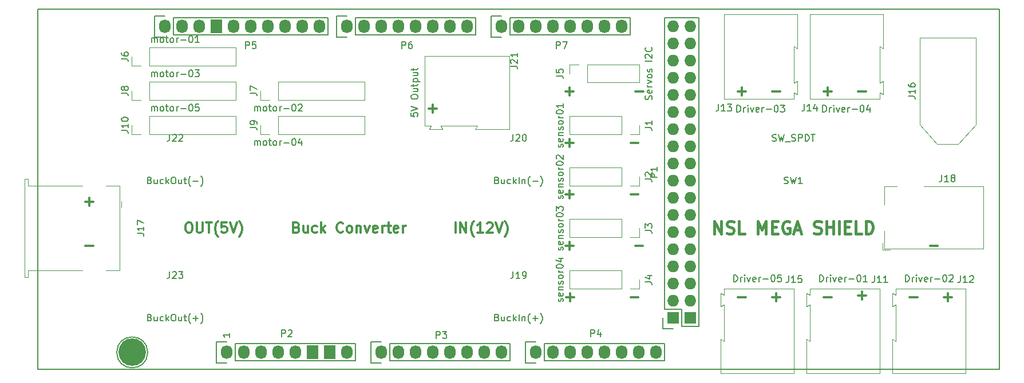
<source format=gbr>
%TF.GenerationSoftware,KiCad,Pcbnew,6.0.2+dfsg-1*%
%TF.CreationDate,2023-05-04T17:56:36+06:00*%
%TF.ProjectId,mega_model,6d656761-5f6d-46f6-9465-6c2e6b696361,rev?*%
%TF.SameCoordinates,Original*%
%TF.FileFunction,Legend,Top*%
%TF.FilePolarity,Positive*%
%FSLAX46Y46*%
G04 Gerber Fmt 4.6, Leading zero omitted, Abs format (unit mm)*
G04 Created by KiCad (PCBNEW 6.0.2+dfsg-1) date 2023-05-04 17:56:36*
%MOMM*%
%LPD*%
G01*
G04 APERTURE LIST*
%TA.AperFunction,Profile*%
%ADD10C,0.150000*%
%TD*%
%ADD11C,0.300000*%
%ADD12C,0.150000*%
%ADD13C,0.400000*%
%ADD14C,0.120000*%
%ADD15R,1.727200X1.727200*%
%ADD16O,1.727200X1.727200*%
%ADD17O,1.727200X2.032000*%
%ADD18R,1.727200X2.032000*%
%ADD19C,4.064000*%
G04 APERTURE END LIST*
D10*
X53340000Y-117475000D02*
X53340000Y-64135000D01*
X195580000Y-64135000D02*
X195580000Y-117475000D01*
X195580000Y-117475000D02*
X53340000Y-117475000D01*
X53340000Y-64135000D02*
X195580000Y-64135000D01*
D11*
X60388571Y-92627142D02*
X61531428Y-92627142D01*
X60960000Y-93198571D02*
X60960000Y-92055714D01*
X187388571Y-106787142D02*
X188531428Y-106787142D01*
X187960000Y-107358571D02*
X187960000Y-106215714D01*
X169608571Y-76307142D02*
X170751428Y-76307142D01*
X170180000Y-76878571D02*
X170180000Y-75735714D01*
X141718571Y-99167142D02*
X142861428Y-99167142D01*
X156908571Y-76307142D02*
X158051428Y-76307142D01*
X157480000Y-76878571D02*
X157480000Y-75735714D01*
X60388571Y-99167142D02*
X61531428Y-99167142D01*
X141053571Y-106787142D02*
X142196428Y-106787142D01*
X131438571Y-76307142D02*
X132581428Y-76307142D01*
X132010000Y-76878571D02*
X132010000Y-75735714D01*
X131438571Y-99167142D02*
X132581428Y-99167142D01*
X132010000Y-99738571D02*
X132010000Y-98595714D01*
X111188571Y-78847142D02*
X112331428Y-78847142D01*
X111760000Y-79418571D02*
X111760000Y-78275714D01*
X169608571Y-106787142D02*
X170751428Y-106787142D01*
X185298571Y-99167142D02*
X186441428Y-99167142D01*
X141053571Y-83927142D02*
X142196428Y-83927142D01*
X131438571Y-83927142D02*
X132581428Y-83927142D01*
X132010000Y-84498571D02*
X132010000Y-83355714D01*
X174688571Y-76307142D02*
X175831428Y-76307142D01*
X156908571Y-106787142D02*
X158051428Y-106787142D01*
X131438571Y-91547142D02*
X132581428Y-91547142D01*
X132010000Y-92118571D02*
X132010000Y-90975714D01*
X161988571Y-76307142D02*
X163131428Y-76307142D01*
X75560000Y-95698571D02*
X75845714Y-95698571D01*
X75988571Y-95770000D01*
X76131428Y-95912857D01*
X76202857Y-96198571D01*
X76202857Y-96698571D01*
X76131428Y-96984285D01*
X75988571Y-97127142D01*
X75845714Y-97198571D01*
X75560000Y-97198571D01*
X75417142Y-97127142D01*
X75274285Y-96984285D01*
X75202857Y-96698571D01*
X75202857Y-96198571D01*
X75274285Y-95912857D01*
X75417142Y-95770000D01*
X75560000Y-95698571D01*
X76845714Y-95698571D02*
X76845714Y-96912857D01*
X76917142Y-97055714D01*
X76988571Y-97127142D01*
X77131428Y-97198571D01*
X77417142Y-97198571D01*
X77560000Y-97127142D01*
X77631428Y-97055714D01*
X77702857Y-96912857D01*
X77702857Y-95698571D01*
X78202857Y-95698571D02*
X79060000Y-95698571D01*
X78631428Y-97198571D02*
X78631428Y-95698571D01*
X79988571Y-97770000D02*
X79917142Y-97698571D01*
X79774285Y-97484285D01*
X79702857Y-97341428D01*
X79631428Y-97127142D01*
X79560000Y-96770000D01*
X79560000Y-96484285D01*
X79631428Y-96127142D01*
X79702857Y-95912857D01*
X79774285Y-95770000D01*
X79917142Y-95555714D01*
X79988571Y-95484285D01*
X81274285Y-95698571D02*
X80560000Y-95698571D01*
X80488571Y-96412857D01*
X80560000Y-96341428D01*
X80702857Y-96270000D01*
X81060000Y-96270000D01*
X81202857Y-96341428D01*
X81274285Y-96412857D01*
X81345714Y-96555714D01*
X81345714Y-96912857D01*
X81274285Y-97055714D01*
X81202857Y-97127142D01*
X81060000Y-97198571D01*
X80702857Y-97198571D01*
X80560000Y-97127142D01*
X80488571Y-97055714D01*
X81774285Y-95698571D02*
X82274285Y-97198571D01*
X82774285Y-95698571D01*
X83131428Y-97770000D02*
X83202857Y-97698571D01*
X83345714Y-97484285D01*
X83417142Y-97341428D01*
X83488571Y-97127142D01*
X83560000Y-96770000D01*
X83560000Y-96484285D01*
X83488571Y-96127142D01*
X83417142Y-95912857D01*
X83345714Y-95770000D01*
X83202857Y-95555714D01*
X83131428Y-95484285D01*
X91631428Y-96412857D02*
X91845714Y-96484285D01*
X91917142Y-96555714D01*
X91988571Y-96698571D01*
X91988571Y-96912857D01*
X91917142Y-97055714D01*
X91845714Y-97127142D01*
X91702857Y-97198571D01*
X91131428Y-97198571D01*
X91131428Y-95698571D01*
X91631428Y-95698571D01*
X91774285Y-95770000D01*
X91845714Y-95841428D01*
X91917142Y-95984285D01*
X91917142Y-96127142D01*
X91845714Y-96270000D01*
X91774285Y-96341428D01*
X91631428Y-96412857D01*
X91131428Y-96412857D01*
X93274285Y-96198571D02*
X93274285Y-97198571D01*
X92631428Y-96198571D02*
X92631428Y-96984285D01*
X92702857Y-97127142D01*
X92845714Y-97198571D01*
X93059999Y-97198571D01*
X93202857Y-97127142D01*
X93274285Y-97055714D01*
X94631428Y-97127142D02*
X94488571Y-97198571D01*
X94202857Y-97198571D01*
X94059999Y-97127142D01*
X93988571Y-97055714D01*
X93917142Y-96912857D01*
X93917142Y-96484285D01*
X93988571Y-96341428D01*
X94059999Y-96270000D01*
X94202857Y-96198571D01*
X94488571Y-96198571D01*
X94631428Y-96270000D01*
X95274285Y-97198571D02*
X95274285Y-95698571D01*
X95417142Y-96627142D02*
X95845714Y-97198571D01*
X95845714Y-96198571D02*
X95274285Y-96770000D01*
X98488571Y-97055714D02*
X98417142Y-97127142D01*
X98202857Y-97198571D01*
X98059999Y-97198571D01*
X97845714Y-97127142D01*
X97702857Y-96984285D01*
X97631428Y-96841428D01*
X97559999Y-96555714D01*
X97559999Y-96341428D01*
X97631428Y-96055714D01*
X97702857Y-95912857D01*
X97845714Y-95770000D01*
X98059999Y-95698571D01*
X98202857Y-95698571D01*
X98417142Y-95770000D01*
X98488571Y-95841428D01*
X99345714Y-97198571D02*
X99202857Y-97127142D01*
X99131428Y-97055714D01*
X99059999Y-96912857D01*
X99059999Y-96484285D01*
X99131428Y-96341428D01*
X99202857Y-96270000D01*
X99345714Y-96198571D01*
X99559999Y-96198571D01*
X99702857Y-96270000D01*
X99774285Y-96341428D01*
X99845714Y-96484285D01*
X99845714Y-96912857D01*
X99774285Y-97055714D01*
X99702857Y-97127142D01*
X99559999Y-97198571D01*
X99345714Y-97198571D01*
X100488571Y-96198571D02*
X100488571Y-97198571D01*
X100488571Y-96341428D02*
X100559999Y-96270000D01*
X100702857Y-96198571D01*
X100917142Y-96198571D01*
X101059999Y-96270000D01*
X101131428Y-96412857D01*
X101131428Y-97198571D01*
X101702857Y-96198571D02*
X102059999Y-97198571D01*
X102417142Y-96198571D01*
X103559999Y-97127142D02*
X103417142Y-97198571D01*
X103131428Y-97198571D01*
X102988571Y-97127142D01*
X102917142Y-96984285D01*
X102917142Y-96412857D01*
X102988571Y-96270000D01*
X103131428Y-96198571D01*
X103417142Y-96198571D01*
X103559999Y-96270000D01*
X103631428Y-96412857D01*
X103631428Y-96555714D01*
X102917142Y-96698571D01*
X104274285Y-97198571D02*
X104274285Y-96198571D01*
X104274285Y-96484285D02*
X104345714Y-96341428D01*
X104417142Y-96270000D01*
X104559999Y-96198571D01*
X104702857Y-96198571D01*
X104988571Y-96198571D02*
X105559999Y-96198571D01*
X105202857Y-95698571D02*
X105202857Y-96984285D01*
X105274285Y-97127142D01*
X105417142Y-97198571D01*
X105559999Y-97198571D01*
X106631428Y-97127142D02*
X106488571Y-97198571D01*
X106202857Y-97198571D01*
X106060000Y-97127142D01*
X105988571Y-96984285D01*
X105988571Y-96412857D01*
X106060000Y-96270000D01*
X106202857Y-96198571D01*
X106488571Y-96198571D01*
X106631428Y-96270000D01*
X106702857Y-96412857D01*
X106702857Y-96555714D01*
X105988571Y-96698571D01*
X107345714Y-97198571D02*
X107345714Y-96198571D01*
X107345714Y-96484285D02*
X107417142Y-96341428D01*
X107488571Y-96270000D01*
X107631428Y-96198571D01*
X107774285Y-96198571D01*
X115131428Y-97198571D02*
X115131428Y-95698571D01*
X115845714Y-97198571D02*
X115845714Y-95698571D01*
X116702857Y-97198571D01*
X116702857Y-95698571D01*
X117845714Y-97770000D02*
X117774285Y-97698571D01*
X117631428Y-97484285D01*
X117560000Y-97341428D01*
X117488571Y-97127142D01*
X117417142Y-96770000D01*
X117417142Y-96484285D01*
X117488571Y-96127142D01*
X117560000Y-95912857D01*
X117631428Y-95770000D01*
X117774285Y-95555714D01*
X117845714Y-95484285D01*
X119202857Y-97198571D02*
X118345714Y-97198571D01*
X118774285Y-97198571D02*
X118774285Y-95698571D01*
X118631428Y-95912857D01*
X118488571Y-96055714D01*
X118345714Y-96127142D01*
X119774285Y-95841428D02*
X119845714Y-95770000D01*
X119988571Y-95698571D01*
X120345714Y-95698571D01*
X120488571Y-95770000D01*
X120560000Y-95841428D01*
X120631428Y-95984285D01*
X120631428Y-96127142D01*
X120560000Y-96341428D01*
X119702857Y-97198571D01*
X120631428Y-97198571D01*
X121059999Y-95698571D02*
X121559999Y-97198571D01*
X122059999Y-95698571D01*
X122417142Y-97770000D02*
X122488571Y-97698571D01*
X122631428Y-97484285D01*
X122702857Y-97341428D01*
X122774285Y-97127142D01*
X122845714Y-96770000D01*
X122845714Y-96484285D01*
X122774285Y-96127142D01*
X122702857Y-95912857D01*
X122631428Y-95770000D01*
X122488571Y-95555714D01*
X122417142Y-95484285D01*
D12*
X81732380Y-112109285D02*
X81732380Y-112680714D01*
X81732380Y-112395000D02*
X80732380Y-112395000D01*
X80875238Y-112490238D01*
X80970476Y-112585476D01*
X81018095Y-112680714D01*
D11*
X161988571Y-106787142D02*
X163131428Y-106787142D01*
X162560000Y-107358571D02*
X162560000Y-106215714D01*
D13*
X153442857Y-97334285D02*
X153442857Y-95534285D01*
X154471428Y-97334285D01*
X154471428Y-95534285D01*
X155242857Y-97248571D02*
X155500000Y-97334285D01*
X155928571Y-97334285D01*
X156100000Y-97248571D01*
X156185714Y-97162857D01*
X156271428Y-96991428D01*
X156271428Y-96820000D01*
X156185714Y-96648571D01*
X156100000Y-96562857D01*
X155928571Y-96477142D01*
X155585714Y-96391428D01*
X155414285Y-96305714D01*
X155328571Y-96220000D01*
X155242857Y-96048571D01*
X155242857Y-95877142D01*
X155328571Y-95705714D01*
X155414285Y-95620000D01*
X155585714Y-95534285D01*
X156014285Y-95534285D01*
X156271428Y-95620000D01*
X157900000Y-97334285D02*
X157042857Y-97334285D01*
X157042857Y-95534285D01*
X159871428Y-97334285D02*
X159871428Y-95534285D01*
X160471428Y-96820000D01*
X161071428Y-95534285D01*
X161071428Y-97334285D01*
X161928571Y-96391428D02*
X162528571Y-96391428D01*
X162785714Y-97334285D02*
X161928571Y-97334285D01*
X161928571Y-95534285D01*
X162785714Y-95534285D01*
X164500000Y-95620000D02*
X164328571Y-95534285D01*
X164071428Y-95534285D01*
X163814285Y-95620000D01*
X163642857Y-95791428D01*
X163557142Y-95962857D01*
X163471428Y-96305714D01*
X163471428Y-96562857D01*
X163557142Y-96905714D01*
X163642857Y-97077142D01*
X163814285Y-97248571D01*
X164071428Y-97334285D01*
X164242857Y-97334285D01*
X164500000Y-97248571D01*
X164585714Y-97162857D01*
X164585714Y-96562857D01*
X164242857Y-96562857D01*
X165271428Y-96820000D02*
X166128571Y-96820000D01*
X165100000Y-97334285D02*
X165700000Y-95534285D01*
X166300000Y-97334285D01*
X168185714Y-97248571D02*
X168442857Y-97334285D01*
X168871428Y-97334285D01*
X169042857Y-97248571D01*
X169128571Y-97162857D01*
X169214285Y-96991428D01*
X169214285Y-96820000D01*
X169128571Y-96648571D01*
X169042857Y-96562857D01*
X168871428Y-96477142D01*
X168528571Y-96391428D01*
X168357142Y-96305714D01*
X168271428Y-96220000D01*
X168185714Y-96048571D01*
X168185714Y-95877142D01*
X168271428Y-95705714D01*
X168357142Y-95620000D01*
X168528571Y-95534285D01*
X168957142Y-95534285D01*
X169214285Y-95620000D01*
X169985714Y-97334285D02*
X169985714Y-95534285D01*
X169985714Y-96391428D02*
X171014285Y-96391428D01*
X171014285Y-97334285D02*
X171014285Y-95534285D01*
X171871428Y-97334285D02*
X171871428Y-95534285D01*
X172728571Y-96391428D02*
X173328571Y-96391428D01*
X173585714Y-97334285D02*
X172728571Y-97334285D01*
X172728571Y-95534285D01*
X173585714Y-95534285D01*
X175214285Y-97334285D02*
X174357142Y-97334285D01*
X174357142Y-95534285D01*
X175814285Y-97334285D02*
X175814285Y-95534285D01*
X176242857Y-95534285D01*
X176500000Y-95620000D01*
X176671428Y-95791428D01*
X176757142Y-95962857D01*
X176842857Y-96305714D01*
X176842857Y-96562857D01*
X176757142Y-96905714D01*
X176671428Y-97077142D01*
X176500000Y-97248571D01*
X176242857Y-97334285D01*
X175814285Y-97334285D01*
D11*
X174688571Y-106517142D02*
X175831428Y-106517142D01*
X175260000Y-107088571D02*
X175260000Y-105945714D01*
X131508571Y-106787142D02*
X132651428Y-106787142D01*
X132080000Y-107358571D02*
X132080000Y-106215714D01*
X141053571Y-91547142D02*
X142196428Y-91547142D01*
X182308571Y-106787142D02*
X183451428Y-106787142D01*
X141738571Y-76307142D02*
X142881428Y-76307142D01*
D12*
%TO.C,J19*%
X123650476Y-102982380D02*
X123650476Y-103696666D01*
X123602857Y-103839523D01*
X123507619Y-103934761D01*
X123364761Y-103982380D01*
X123269523Y-103982380D01*
X124650476Y-103982380D02*
X124079047Y-103982380D01*
X124364761Y-103982380D02*
X124364761Y-102982380D01*
X124269523Y-103125238D01*
X124174285Y-103220476D01*
X124079047Y-103268095D01*
X125126666Y-103982380D02*
X125317142Y-103982380D01*
X125412380Y-103934761D01*
X125460000Y-103887142D01*
X125555238Y-103744285D01*
X125602857Y-103553809D01*
X125602857Y-103172857D01*
X125555238Y-103077619D01*
X125507619Y-103030000D01*
X125412380Y-102982380D01*
X125221904Y-102982380D01*
X125126666Y-103030000D01*
X125079047Y-103077619D01*
X125031428Y-103172857D01*
X125031428Y-103410952D01*
X125079047Y-103506190D01*
X125126666Y-103553809D01*
X125221904Y-103601428D01*
X125412380Y-103601428D01*
X125507619Y-103553809D01*
X125555238Y-103506190D01*
X125602857Y-103410952D01*
X121269523Y-109758571D02*
X121412380Y-109806190D01*
X121460000Y-109853809D01*
X121507619Y-109949047D01*
X121507619Y-110091904D01*
X121460000Y-110187142D01*
X121412380Y-110234761D01*
X121317142Y-110282380D01*
X120936190Y-110282380D01*
X120936190Y-109282380D01*
X121269523Y-109282380D01*
X121364761Y-109330000D01*
X121412380Y-109377619D01*
X121460000Y-109472857D01*
X121460000Y-109568095D01*
X121412380Y-109663333D01*
X121364761Y-109710952D01*
X121269523Y-109758571D01*
X120936190Y-109758571D01*
X122364761Y-109615714D02*
X122364761Y-110282380D01*
X121936190Y-109615714D02*
X121936190Y-110139523D01*
X121983809Y-110234761D01*
X122079047Y-110282380D01*
X122221904Y-110282380D01*
X122317142Y-110234761D01*
X122364761Y-110187142D01*
X123269523Y-110234761D02*
X123174285Y-110282380D01*
X122983809Y-110282380D01*
X122888571Y-110234761D01*
X122840952Y-110187142D01*
X122793333Y-110091904D01*
X122793333Y-109806190D01*
X122840952Y-109710952D01*
X122888571Y-109663333D01*
X122983809Y-109615714D01*
X123174285Y-109615714D01*
X123269523Y-109663333D01*
X123698095Y-110282380D02*
X123698095Y-109282380D01*
X123793333Y-109901428D02*
X124079047Y-110282380D01*
X124079047Y-109615714D02*
X123698095Y-109996666D01*
X124507619Y-110282380D02*
X124507619Y-109282380D01*
X124983809Y-109615714D02*
X124983809Y-110282380D01*
X124983809Y-109710952D02*
X125031428Y-109663333D01*
X125126666Y-109615714D01*
X125269523Y-109615714D01*
X125364761Y-109663333D01*
X125412380Y-109758571D01*
X125412380Y-110282380D01*
X126174285Y-110663333D02*
X126126666Y-110615714D01*
X126031428Y-110472857D01*
X125983809Y-110377619D01*
X125936190Y-110234761D01*
X125888571Y-109996666D01*
X125888571Y-109806190D01*
X125936190Y-109568095D01*
X125983809Y-109425238D01*
X126031428Y-109330000D01*
X126126666Y-109187142D01*
X126174285Y-109139523D01*
X126555238Y-109901428D02*
X127317142Y-109901428D01*
X126936190Y-110282380D02*
X126936190Y-109520476D01*
X127698095Y-110663333D02*
X127745714Y-110615714D01*
X127840952Y-110472857D01*
X127888571Y-110377619D01*
X127936190Y-110234761D01*
X127983809Y-109996666D01*
X127983809Y-109806190D01*
X127936190Y-109568095D01*
X127888571Y-109425238D01*
X127840952Y-109330000D01*
X127745714Y-109187142D01*
X127698095Y-109139523D01*
%TO.C,J20*%
X123650476Y-82662380D02*
X123650476Y-83376666D01*
X123602857Y-83519523D01*
X123507619Y-83614761D01*
X123364761Y-83662380D01*
X123269523Y-83662380D01*
X124079047Y-82757619D02*
X124126666Y-82710000D01*
X124221904Y-82662380D01*
X124460000Y-82662380D01*
X124555238Y-82710000D01*
X124602857Y-82757619D01*
X124650476Y-82852857D01*
X124650476Y-82948095D01*
X124602857Y-83090952D01*
X124031428Y-83662380D01*
X124650476Y-83662380D01*
X125269523Y-82662380D02*
X125364761Y-82662380D01*
X125460000Y-82710000D01*
X125507619Y-82757619D01*
X125555238Y-82852857D01*
X125602857Y-83043333D01*
X125602857Y-83281428D01*
X125555238Y-83471904D01*
X125507619Y-83567142D01*
X125460000Y-83614761D01*
X125364761Y-83662380D01*
X125269523Y-83662380D01*
X125174285Y-83614761D01*
X125126666Y-83567142D01*
X125079047Y-83471904D01*
X125031428Y-83281428D01*
X125031428Y-83043333D01*
X125079047Y-82852857D01*
X125126666Y-82757619D01*
X125174285Y-82710000D01*
X125269523Y-82662380D01*
X121269523Y-89438571D02*
X121412380Y-89486190D01*
X121460000Y-89533809D01*
X121507619Y-89629047D01*
X121507619Y-89771904D01*
X121460000Y-89867142D01*
X121412380Y-89914761D01*
X121317142Y-89962380D01*
X120936190Y-89962380D01*
X120936190Y-88962380D01*
X121269523Y-88962380D01*
X121364761Y-89010000D01*
X121412380Y-89057619D01*
X121460000Y-89152857D01*
X121460000Y-89248095D01*
X121412380Y-89343333D01*
X121364761Y-89390952D01*
X121269523Y-89438571D01*
X120936190Y-89438571D01*
X122364761Y-89295714D02*
X122364761Y-89962380D01*
X121936190Y-89295714D02*
X121936190Y-89819523D01*
X121983809Y-89914761D01*
X122079047Y-89962380D01*
X122221904Y-89962380D01*
X122317142Y-89914761D01*
X122364761Y-89867142D01*
X123269523Y-89914761D02*
X123174285Y-89962380D01*
X122983809Y-89962380D01*
X122888571Y-89914761D01*
X122840952Y-89867142D01*
X122793333Y-89771904D01*
X122793333Y-89486190D01*
X122840952Y-89390952D01*
X122888571Y-89343333D01*
X122983809Y-89295714D01*
X123174285Y-89295714D01*
X123269523Y-89343333D01*
X123698095Y-89962380D02*
X123698095Y-88962380D01*
X123793333Y-89581428D02*
X124079047Y-89962380D01*
X124079047Y-89295714D02*
X123698095Y-89676666D01*
X124507619Y-89962380D02*
X124507619Y-88962380D01*
X124983809Y-89295714D02*
X124983809Y-89962380D01*
X124983809Y-89390952D02*
X125031428Y-89343333D01*
X125126666Y-89295714D01*
X125269523Y-89295714D01*
X125364761Y-89343333D01*
X125412380Y-89438571D01*
X125412380Y-89962380D01*
X126174285Y-90343333D02*
X126126666Y-90295714D01*
X126031428Y-90152857D01*
X125983809Y-90057619D01*
X125936190Y-89914761D01*
X125888571Y-89676666D01*
X125888571Y-89486190D01*
X125936190Y-89248095D01*
X125983809Y-89105238D01*
X126031428Y-89010000D01*
X126126666Y-88867142D01*
X126174285Y-88819523D01*
X126555238Y-89581428D02*
X127317142Y-89581428D01*
X127698095Y-90343333D02*
X127745714Y-90295714D01*
X127840952Y-90152857D01*
X127888571Y-90057619D01*
X127936190Y-89914761D01*
X127983809Y-89676666D01*
X127983809Y-89486190D01*
X127936190Y-89248095D01*
X127888571Y-89105238D01*
X127840952Y-89010000D01*
X127745714Y-88867142D01*
X127698095Y-88819523D01*
%TO.C,J22*%
X72850476Y-82662380D02*
X72850476Y-83376666D01*
X72802857Y-83519523D01*
X72707619Y-83614761D01*
X72564761Y-83662380D01*
X72469523Y-83662380D01*
X73279047Y-82757619D02*
X73326666Y-82710000D01*
X73421904Y-82662380D01*
X73660000Y-82662380D01*
X73755238Y-82710000D01*
X73802857Y-82757619D01*
X73850476Y-82852857D01*
X73850476Y-82948095D01*
X73802857Y-83090952D01*
X73231428Y-83662380D01*
X73850476Y-83662380D01*
X74231428Y-82757619D02*
X74279047Y-82710000D01*
X74374285Y-82662380D01*
X74612380Y-82662380D01*
X74707619Y-82710000D01*
X74755238Y-82757619D01*
X74802857Y-82852857D01*
X74802857Y-82948095D01*
X74755238Y-83090952D01*
X74183809Y-83662380D01*
X74802857Y-83662380D01*
X69898095Y-89438571D02*
X70040952Y-89486190D01*
X70088571Y-89533809D01*
X70136190Y-89629047D01*
X70136190Y-89771904D01*
X70088571Y-89867142D01*
X70040952Y-89914761D01*
X69945714Y-89962380D01*
X69564761Y-89962380D01*
X69564761Y-88962380D01*
X69898095Y-88962380D01*
X69993333Y-89010000D01*
X70040952Y-89057619D01*
X70088571Y-89152857D01*
X70088571Y-89248095D01*
X70040952Y-89343333D01*
X69993333Y-89390952D01*
X69898095Y-89438571D01*
X69564761Y-89438571D01*
X70993333Y-89295714D02*
X70993333Y-89962380D01*
X70564761Y-89295714D02*
X70564761Y-89819523D01*
X70612380Y-89914761D01*
X70707619Y-89962380D01*
X70850476Y-89962380D01*
X70945714Y-89914761D01*
X70993333Y-89867142D01*
X71898095Y-89914761D02*
X71802857Y-89962380D01*
X71612380Y-89962380D01*
X71517142Y-89914761D01*
X71469523Y-89867142D01*
X71421904Y-89771904D01*
X71421904Y-89486190D01*
X71469523Y-89390952D01*
X71517142Y-89343333D01*
X71612380Y-89295714D01*
X71802857Y-89295714D01*
X71898095Y-89343333D01*
X72326666Y-89962380D02*
X72326666Y-88962380D01*
X72421904Y-89581428D02*
X72707619Y-89962380D01*
X72707619Y-89295714D02*
X72326666Y-89676666D01*
X73326666Y-88962380D02*
X73517142Y-88962380D01*
X73612380Y-89010000D01*
X73707619Y-89105238D01*
X73755238Y-89295714D01*
X73755238Y-89629047D01*
X73707619Y-89819523D01*
X73612380Y-89914761D01*
X73517142Y-89962380D01*
X73326666Y-89962380D01*
X73231428Y-89914761D01*
X73136190Y-89819523D01*
X73088571Y-89629047D01*
X73088571Y-89295714D01*
X73136190Y-89105238D01*
X73231428Y-89010000D01*
X73326666Y-88962380D01*
X74612380Y-89295714D02*
X74612380Y-89962380D01*
X74183809Y-89295714D02*
X74183809Y-89819523D01*
X74231428Y-89914761D01*
X74326666Y-89962380D01*
X74469523Y-89962380D01*
X74564761Y-89914761D01*
X74612380Y-89867142D01*
X74945714Y-89295714D02*
X75326666Y-89295714D01*
X75088571Y-88962380D02*
X75088571Y-89819523D01*
X75136190Y-89914761D01*
X75231428Y-89962380D01*
X75326666Y-89962380D01*
X75945714Y-90343333D02*
X75898095Y-90295714D01*
X75802857Y-90152857D01*
X75755238Y-90057619D01*
X75707619Y-89914761D01*
X75660000Y-89676666D01*
X75660000Y-89486190D01*
X75707619Y-89248095D01*
X75755238Y-89105238D01*
X75802857Y-89010000D01*
X75898095Y-88867142D01*
X75945714Y-88819523D01*
X76326666Y-89581428D02*
X77088571Y-89581428D01*
X77469523Y-90343333D02*
X77517142Y-90295714D01*
X77612380Y-90152857D01*
X77660000Y-90057619D01*
X77707619Y-89914761D01*
X77755238Y-89676666D01*
X77755238Y-89486190D01*
X77707619Y-89248095D01*
X77660000Y-89105238D01*
X77612380Y-89010000D01*
X77517142Y-88867142D01*
X77469523Y-88819523D01*
%TO.C,J23*%
X72850476Y-102982380D02*
X72850476Y-103696666D01*
X72802857Y-103839523D01*
X72707619Y-103934761D01*
X72564761Y-103982380D01*
X72469523Y-103982380D01*
X73279047Y-103077619D02*
X73326666Y-103030000D01*
X73421904Y-102982380D01*
X73660000Y-102982380D01*
X73755238Y-103030000D01*
X73802857Y-103077619D01*
X73850476Y-103172857D01*
X73850476Y-103268095D01*
X73802857Y-103410952D01*
X73231428Y-103982380D01*
X73850476Y-103982380D01*
X74183809Y-102982380D02*
X74802857Y-102982380D01*
X74469523Y-103363333D01*
X74612380Y-103363333D01*
X74707619Y-103410952D01*
X74755238Y-103458571D01*
X74802857Y-103553809D01*
X74802857Y-103791904D01*
X74755238Y-103887142D01*
X74707619Y-103934761D01*
X74612380Y-103982380D01*
X74326666Y-103982380D01*
X74231428Y-103934761D01*
X74183809Y-103887142D01*
X69898095Y-109758571D02*
X70040952Y-109806190D01*
X70088571Y-109853809D01*
X70136190Y-109949047D01*
X70136190Y-110091904D01*
X70088571Y-110187142D01*
X70040952Y-110234761D01*
X69945714Y-110282380D01*
X69564761Y-110282380D01*
X69564761Y-109282380D01*
X69898095Y-109282380D01*
X69993333Y-109330000D01*
X70040952Y-109377619D01*
X70088571Y-109472857D01*
X70088571Y-109568095D01*
X70040952Y-109663333D01*
X69993333Y-109710952D01*
X69898095Y-109758571D01*
X69564761Y-109758571D01*
X70993333Y-109615714D02*
X70993333Y-110282380D01*
X70564761Y-109615714D02*
X70564761Y-110139523D01*
X70612380Y-110234761D01*
X70707619Y-110282380D01*
X70850476Y-110282380D01*
X70945714Y-110234761D01*
X70993333Y-110187142D01*
X71898095Y-110234761D02*
X71802857Y-110282380D01*
X71612380Y-110282380D01*
X71517142Y-110234761D01*
X71469523Y-110187142D01*
X71421904Y-110091904D01*
X71421904Y-109806190D01*
X71469523Y-109710952D01*
X71517142Y-109663333D01*
X71612380Y-109615714D01*
X71802857Y-109615714D01*
X71898095Y-109663333D01*
X72326666Y-110282380D02*
X72326666Y-109282380D01*
X72421904Y-109901428D02*
X72707619Y-110282380D01*
X72707619Y-109615714D02*
X72326666Y-109996666D01*
X73326666Y-109282380D02*
X73517142Y-109282380D01*
X73612380Y-109330000D01*
X73707619Y-109425238D01*
X73755238Y-109615714D01*
X73755238Y-109949047D01*
X73707619Y-110139523D01*
X73612380Y-110234761D01*
X73517142Y-110282380D01*
X73326666Y-110282380D01*
X73231428Y-110234761D01*
X73136190Y-110139523D01*
X73088571Y-109949047D01*
X73088571Y-109615714D01*
X73136190Y-109425238D01*
X73231428Y-109330000D01*
X73326666Y-109282380D01*
X74612380Y-109615714D02*
X74612380Y-110282380D01*
X74183809Y-109615714D02*
X74183809Y-110139523D01*
X74231428Y-110234761D01*
X74326666Y-110282380D01*
X74469523Y-110282380D01*
X74564761Y-110234761D01*
X74612380Y-110187142D01*
X74945714Y-109615714D02*
X75326666Y-109615714D01*
X75088571Y-109282380D02*
X75088571Y-110139523D01*
X75136190Y-110234761D01*
X75231428Y-110282380D01*
X75326666Y-110282380D01*
X75945714Y-110663333D02*
X75898095Y-110615714D01*
X75802857Y-110472857D01*
X75755238Y-110377619D01*
X75707619Y-110234761D01*
X75660000Y-109996666D01*
X75660000Y-109806190D01*
X75707619Y-109568095D01*
X75755238Y-109425238D01*
X75802857Y-109330000D01*
X75898095Y-109187142D01*
X75945714Y-109139523D01*
X76326666Y-109901428D02*
X77088571Y-109901428D01*
X76707619Y-110282380D02*
X76707619Y-109520476D01*
X77469523Y-110663333D02*
X77517142Y-110615714D01*
X77612380Y-110472857D01*
X77660000Y-110377619D01*
X77707619Y-110234761D01*
X77755238Y-109996666D01*
X77755238Y-109806190D01*
X77707619Y-109568095D01*
X77660000Y-109425238D01*
X77612380Y-109330000D01*
X77517142Y-109187142D01*
X77469523Y-109139523D01*
%TO.C,P1*%
X144978380Y-89003095D02*
X143978380Y-89003095D01*
X143978380Y-88622142D01*
X144026000Y-88526904D01*
X144073619Y-88479285D01*
X144168857Y-88431666D01*
X144311714Y-88431666D01*
X144406952Y-88479285D01*
X144454571Y-88526904D01*
X144502190Y-88622142D01*
X144502190Y-89003095D01*
X144978380Y-87479285D02*
X144978380Y-88050714D01*
X144978380Y-87765000D02*
X143978380Y-87765000D01*
X144121238Y-87860238D01*
X144216476Y-87955476D01*
X144264095Y-88050714D01*
%TO.C,P2*%
X89431904Y-112593380D02*
X89431904Y-111593380D01*
X89812857Y-111593380D01*
X89908095Y-111641000D01*
X89955714Y-111688619D01*
X90003333Y-111783857D01*
X90003333Y-111926714D01*
X89955714Y-112021952D01*
X89908095Y-112069571D01*
X89812857Y-112117190D01*
X89431904Y-112117190D01*
X90384285Y-111688619D02*
X90431904Y-111641000D01*
X90527142Y-111593380D01*
X90765238Y-111593380D01*
X90860476Y-111641000D01*
X90908095Y-111688619D01*
X90955714Y-111783857D01*
X90955714Y-111879095D01*
X90908095Y-112021952D01*
X90336666Y-112593380D01*
X90955714Y-112593380D01*
%TO.C,P3*%
X112291904Y-112847380D02*
X112291904Y-111847380D01*
X112672857Y-111847380D01*
X112768095Y-111895000D01*
X112815714Y-111942619D01*
X112863333Y-112037857D01*
X112863333Y-112180714D01*
X112815714Y-112275952D01*
X112768095Y-112323571D01*
X112672857Y-112371190D01*
X112291904Y-112371190D01*
X113196666Y-111847380D02*
X113815714Y-111847380D01*
X113482380Y-112228333D01*
X113625238Y-112228333D01*
X113720476Y-112275952D01*
X113768095Y-112323571D01*
X113815714Y-112418809D01*
X113815714Y-112656904D01*
X113768095Y-112752142D01*
X113720476Y-112799761D01*
X113625238Y-112847380D01*
X113339523Y-112847380D01*
X113244285Y-112799761D01*
X113196666Y-112752142D01*
%TO.C,P4*%
X135151904Y-112593380D02*
X135151904Y-111593380D01*
X135532857Y-111593380D01*
X135628095Y-111641000D01*
X135675714Y-111688619D01*
X135723333Y-111783857D01*
X135723333Y-111926714D01*
X135675714Y-112021952D01*
X135628095Y-112069571D01*
X135532857Y-112117190D01*
X135151904Y-112117190D01*
X136580476Y-111926714D02*
X136580476Y-112593380D01*
X136342380Y-111545761D02*
X136104285Y-112260047D01*
X136723333Y-112260047D01*
%TO.C,P5*%
X84097904Y-69921380D02*
X84097904Y-68921380D01*
X84478857Y-68921380D01*
X84574095Y-68969000D01*
X84621714Y-69016619D01*
X84669333Y-69111857D01*
X84669333Y-69254714D01*
X84621714Y-69349952D01*
X84574095Y-69397571D01*
X84478857Y-69445190D01*
X84097904Y-69445190D01*
X85574095Y-68921380D02*
X85097904Y-68921380D01*
X85050285Y-69397571D01*
X85097904Y-69349952D01*
X85193142Y-69302333D01*
X85431238Y-69302333D01*
X85526476Y-69349952D01*
X85574095Y-69397571D01*
X85621714Y-69492809D01*
X85621714Y-69730904D01*
X85574095Y-69826142D01*
X85526476Y-69873761D01*
X85431238Y-69921380D01*
X85193142Y-69921380D01*
X85097904Y-69873761D01*
X85050285Y-69826142D01*
%TO.C,P6*%
X107211904Y-69921380D02*
X107211904Y-68921380D01*
X107592857Y-68921380D01*
X107688095Y-68969000D01*
X107735714Y-69016619D01*
X107783333Y-69111857D01*
X107783333Y-69254714D01*
X107735714Y-69349952D01*
X107688095Y-69397571D01*
X107592857Y-69445190D01*
X107211904Y-69445190D01*
X108640476Y-68921380D02*
X108450000Y-68921380D01*
X108354761Y-68969000D01*
X108307142Y-69016619D01*
X108211904Y-69159476D01*
X108164285Y-69349952D01*
X108164285Y-69730904D01*
X108211904Y-69826142D01*
X108259523Y-69873761D01*
X108354761Y-69921380D01*
X108545238Y-69921380D01*
X108640476Y-69873761D01*
X108688095Y-69826142D01*
X108735714Y-69730904D01*
X108735714Y-69492809D01*
X108688095Y-69397571D01*
X108640476Y-69349952D01*
X108545238Y-69302333D01*
X108354761Y-69302333D01*
X108259523Y-69349952D01*
X108211904Y-69397571D01*
X108164285Y-69492809D01*
%TO.C,P7*%
X130071904Y-69921380D02*
X130071904Y-68921380D01*
X130452857Y-68921380D01*
X130548095Y-68969000D01*
X130595714Y-69016619D01*
X130643333Y-69111857D01*
X130643333Y-69254714D01*
X130595714Y-69349952D01*
X130548095Y-69397571D01*
X130452857Y-69445190D01*
X130071904Y-69445190D01*
X130976666Y-68921380D02*
X131643333Y-68921380D01*
X131214761Y-69921380D01*
%TO.C,J17*%
X68032380Y-97329523D02*
X68746666Y-97329523D01*
X68889523Y-97377142D01*
X68984761Y-97472380D01*
X69032380Y-97615238D01*
X69032380Y-97710476D01*
X69032380Y-96329523D02*
X69032380Y-96900952D01*
X69032380Y-96615238D02*
X68032380Y-96615238D01*
X68175238Y-96710476D01*
X68270476Y-96805714D01*
X68318095Y-96900952D01*
X68032380Y-95996190D02*
X68032380Y-95329523D01*
X69032380Y-95758095D01*
%TO.C,J18*%
X187060476Y-88639880D02*
X187060476Y-89354166D01*
X187012857Y-89497023D01*
X186917619Y-89592261D01*
X186774761Y-89639880D01*
X186679523Y-89639880D01*
X188060476Y-89639880D02*
X187489047Y-89639880D01*
X187774761Y-89639880D02*
X187774761Y-88639880D01*
X187679523Y-88782738D01*
X187584285Y-88877976D01*
X187489047Y-88925595D01*
X188631904Y-89068452D02*
X188536666Y-89020833D01*
X188489047Y-88973214D01*
X188441428Y-88877976D01*
X188441428Y-88830357D01*
X188489047Y-88735119D01*
X188536666Y-88687500D01*
X188631904Y-88639880D01*
X188822380Y-88639880D01*
X188917619Y-88687500D01*
X188965238Y-88735119D01*
X189012857Y-88830357D01*
X189012857Y-88877976D01*
X188965238Y-88973214D01*
X188917619Y-89020833D01*
X188822380Y-89068452D01*
X188631904Y-89068452D01*
X188536666Y-89116071D01*
X188489047Y-89163690D01*
X188441428Y-89258928D01*
X188441428Y-89449404D01*
X188489047Y-89544642D01*
X188536666Y-89592261D01*
X188631904Y-89639880D01*
X188822380Y-89639880D01*
X188917619Y-89592261D01*
X188965238Y-89544642D01*
X189012857Y-89449404D01*
X189012857Y-89258928D01*
X188965238Y-89163690D01*
X188917619Y-89116071D01*
X188822380Y-89068452D01*
%TO.C,J11*%
X177100476Y-103592380D02*
X177100476Y-104306666D01*
X177052857Y-104449523D01*
X176957619Y-104544761D01*
X176814761Y-104592380D01*
X176719523Y-104592380D01*
X178100476Y-104592380D02*
X177529047Y-104592380D01*
X177814761Y-104592380D02*
X177814761Y-103592380D01*
X177719523Y-103735238D01*
X177624285Y-103830476D01*
X177529047Y-103878095D01*
X179052857Y-104592380D02*
X178481428Y-104592380D01*
X178767142Y-104592380D02*
X178767142Y-103592380D01*
X178671904Y-103735238D01*
X178576666Y-103830476D01*
X178481428Y-103878095D01*
X168980000Y-104462380D02*
X168980000Y-103462380D01*
X169218095Y-103462380D01*
X169360952Y-103510000D01*
X169456190Y-103605238D01*
X169503809Y-103700476D01*
X169551428Y-103890952D01*
X169551428Y-104033809D01*
X169503809Y-104224285D01*
X169456190Y-104319523D01*
X169360952Y-104414761D01*
X169218095Y-104462380D01*
X168980000Y-104462380D01*
X169980000Y-104462380D02*
X169980000Y-103795714D01*
X169980000Y-103986190D02*
X170027619Y-103890952D01*
X170075238Y-103843333D01*
X170170476Y-103795714D01*
X170265714Y-103795714D01*
X170599047Y-104462380D02*
X170599047Y-103795714D01*
X170599047Y-103462380D02*
X170551428Y-103510000D01*
X170599047Y-103557619D01*
X170646666Y-103510000D01*
X170599047Y-103462380D01*
X170599047Y-103557619D01*
X170980000Y-103795714D02*
X171218095Y-104462380D01*
X171456190Y-103795714D01*
X172218095Y-104414761D02*
X172122857Y-104462380D01*
X171932380Y-104462380D01*
X171837142Y-104414761D01*
X171789523Y-104319523D01*
X171789523Y-103938571D01*
X171837142Y-103843333D01*
X171932380Y-103795714D01*
X172122857Y-103795714D01*
X172218095Y-103843333D01*
X172265714Y-103938571D01*
X172265714Y-104033809D01*
X171789523Y-104129047D01*
X172694285Y-104462380D02*
X172694285Y-103795714D01*
X172694285Y-103986190D02*
X172741904Y-103890952D01*
X172789523Y-103843333D01*
X172884761Y-103795714D01*
X172980000Y-103795714D01*
X173313333Y-104081428D02*
X174075238Y-104081428D01*
X174741904Y-103462380D02*
X174837142Y-103462380D01*
X174932380Y-103510000D01*
X174980000Y-103557619D01*
X175027619Y-103652857D01*
X175075238Y-103843333D01*
X175075238Y-104081428D01*
X175027619Y-104271904D01*
X174980000Y-104367142D01*
X174932380Y-104414761D01*
X174837142Y-104462380D01*
X174741904Y-104462380D01*
X174646666Y-104414761D01*
X174599047Y-104367142D01*
X174551428Y-104271904D01*
X174503809Y-104081428D01*
X174503809Y-103843333D01*
X174551428Y-103652857D01*
X174599047Y-103557619D01*
X174646666Y-103510000D01*
X174741904Y-103462380D01*
X176027619Y-104462380D02*
X175456190Y-104462380D01*
X175741904Y-104462380D02*
X175741904Y-103462380D01*
X175646666Y-103605238D01*
X175551428Y-103700476D01*
X175456190Y-103748095D01*
%TO.C,SW1*%
X163766666Y-89914761D02*
X163909523Y-89962380D01*
X164147619Y-89962380D01*
X164242857Y-89914761D01*
X164290476Y-89867142D01*
X164338095Y-89771904D01*
X164338095Y-89676666D01*
X164290476Y-89581428D01*
X164242857Y-89533809D01*
X164147619Y-89486190D01*
X163957142Y-89438571D01*
X163861904Y-89390952D01*
X163814285Y-89343333D01*
X163766666Y-89248095D01*
X163766666Y-89152857D01*
X163814285Y-89057619D01*
X163861904Y-89010000D01*
X163957142Y-88962380D01*
X164195238Y-88962380D01*
X164338095Y-89010000D01*
X164671428Y-88962380D02*
X164909523Y-89962380D01*
X165100000Y-89248095D01*
X165290476Y-89962380D01*
X165528571Y-88962380D01*
X166433333Y-89962380D02*
X165861904Y-89962380D01*
X166147619Y-89962380D02*
X166147619Y-88962380D01*
X166052380Y-89105238D01*
X165957142Y-89200476D01*
X165861904Y-89248095D01*
X162004761Y-83614761D02*
X162147619Y-83662380D01*
X162385714Y-83662380D01*
X162480952Y-83614761D01*
X162528571Y-83567142D01*
X162576190Y-83471904D01*
X162576190Y-83376666D01*
X162528571Y-83281428D01*
X162480952Y-83233809D01*
X162385714Y-83186190D01*
X162195238Y-83138571D01*
X162100000Y-83090952D01*
X162052380Y-83043333D01*
X162004761Y-82948095D01*
X162004761Y-82852857D01*
X162052380Y-82757619D01*
X162100000Y-82710000D01*
X162195238Y-82662380D01*
X162433333Y-82662380D01*
X162576190Y-82710000D01*
X162909523Y-82662380D02*
X163147619Y-83662380D01*
X163338095Y-82948095D01*
X163528571Y-83662380D01*
X163766666Y-82662380D01*
X163909523Y-83757619D02*
X164671428Y-83757619D01*
X164861904Y-83614761D02*
X165004761Y-83662380D01*
X165242857Y-83662380D01*
X165338095Y-83614761D01*
X165385714Y-83567142D01*
X165433333Y-83471904D01*
X165433333Y-83376666D01*
X165385714Y-83281428D01*
X165338095Y-83233809D01*
X165242857Y-83186190D01*
X165052380Y-83138571D01*
X164957142Y-83090952D01*
X164909523Y-83043333D01*
X164861904Y-82948095D01*
X164861904Y-82852857D01*
X164909523Y-82757619D01*
X164957142Y-82710000D01*
X165052380Y-82662380D01*
X165290476Y-82662380D01*
X165433333Y-82710000D01*
X165861904Y-83662380D02*
X165861904Y-82662380D01*
X166242857Y-82662380D01*
X166338095Y-82710000D01*
X166385714Y-82757619D01*
X166433333Y-82852857D01*
X166433333Y-82995714D01*
X166385714Y-83090952D01*
X166338095Y-83138571D01*
X166242857Y-83186190D01*
X165861904Y-83186190D01*
X166861904Y-83662380D02*
X166861904Y-82662380D01*
X167100000Y-82662380D01*
X167242857Y-82710000D01*
X167338095Y-82805238D01*
X167385714Y-82900476D01*
X167433333Y-83090952D01*
X167433333Y-83233809D01*
X167385714Y-83424285D01*
X167338095Y-83519523D01*
X167242857Y-83614761D01*
X167100000Y-83662380D01*
X166861904Y-83662380D01*
X167719047Y-82662380D02*
X168290476Y-82662380D01*
X168004761Y-83662380D02*
X168004761Y-82662380D01*
%TO.C,J9*%
X84752380Y-81613333D02*
X85466666Y-81613333D01*
X85609523Y-81660952D01*
X85704761Y-81756190D01*
X85752380Y-81899047D01*
X85752380Y-81994285D01*
X85752380Y-81089523D02*
X85752380Y-80899047D01*
X85704761Y-80803809D01*
X85657142Y-80756190D01*
X85514285Y-80660952D01*
X85323809Y-80613333D01*
X84942857Y-80613333D01*
X84847619Y-80660952D01*
X84800000Y-80708571D01*
X84752380Y-80803809D01*
X84752380Y-80994285D01*
X84800000Y-81089523D01*
X84847619Y-81137142D01*
X84942857Y-81184761D01*
X85180952Y-81184761D01*
X85276190Y-81137142D01*
X85323809Y-81089523D01*
X85371428Y-80994285D01*
X85371428Y-80803809D01*
X85323809Y-80708571D01*
X85276190Y-80660952D01*
X85180952Y-80613333D01*
X85400000Y-84272380D02*
X85400000Y-83605714D01*
X85400000Y-83700952D02*
X85447619Y-83653333D01*
X85542857Y-83605714D01*
X85685714Y-83605714D01*
X85780952Y-83653333D01*
X85828571Y-83748571D01*
X85828571Y-84272380D01*
X85828571Y-83748571D02*
X85876190Y-83653333D01*
X85971428Y-83605714D01*
X86114285Y-83605714D01*
X86209523Y-83653333D01*
X86257142Y-83748571D01*
X86257142Y-84272380D01*
X86876190Y-84272380D02*
X86780952Y-84224761D01*
X86733333Y-84177142D01*
X86685714Y-84081904D01*
X86685714Y-83796190D01*
X86733333Y-83700952D01*
X86780952Y-83653333D01*
X86876190Y-83605714D01*
X87019047Y-83605714D01*
X87114285Y-83653333D01*
X87161904Y-83700952D01*
X87209523Y-83796190D01*
X87209523Y-84081904D01*
X87161904Y-84177142D01*
X87114285Y-84224761D01*
X87019047Y-84272380D01*
X86876190Y-84272380D01*
X87495238Y-83605714D02*
X87876190Y-83605714D01*
X87638095Y-83272380D02*
X87638095Y-84129523D01*
X87685714Y-84224761D01*
X87780952Y-84272380D01*
X87876190Y-84272380D01*
X88352380Y-84272380D02*
X88257142Y-84224761D01*
X88209523Y-84177142D01*
X88161904Y-84081904D01*
X88161904Y-83796190D01*
X88209523Y-83700952D01*
X88257142Y-83653333D01*
X88352380Y-83605714D01*
X88495238Y-83605714D01*
X88590476Y-83653333D01*
X88638095Y-83700952D01*
X88685714Y-83796190D01*
X88685714Y-84081904D01*
X88638095Y-84177142D01*
X88590476Y-84224761D01*
X88495238Y-84272380D01*
X88352380Y-84272380D01*
X89114285Y-84272380D02*
X89114285Y-83605714D01*
X89114285Y-83796190D02*
X89161904Y-83700952D01*
X89209523Y-83653333D01*
X89304761Y-83605714D01*
X89400000Y-83605714D01*
X89733333Y-83891428D02*
X90495238Y-83891428D01*
X91161904Y-83272380D02*
X91257142Y-83272380D01*
X91352380Y-83320000D01*
X91400000Y-83367619D01*
X91447619Y-83462857D01*
X91495238Y-83653333D01*
X91495238Y-83891428D01*
X91447619Y-84081904D01*
X91400000Y-84177142D01*
X91352380Y-84224761D01*
X91257142Y-84272380D01*
X91161904Y-84272380D01*
X91066666Y-84224761D01*
X91019047Y-84177142D01*
X90971428Y-84081904D01*
X90923809Y-83891428D01*
X90923809Y-83653333D01*
X90971428Y-83462857D01*
X91019047Y-83367619D01*
X91066666Y-83320000D01*
X91161904Y-83272380D01*
X92352380Y-83605714D02*
X92352380Y-84272380D01*
X92114285Y-83224761D02*
X91876190Y-83939047D01*
X92495238Y-83939047D01*
%TO.C,J10*%
X65702380Y-82089523D02*
X66416666Y-82089523D01*
X66559523Y-82137142D01*
X66654761Y-82232380D01*
X66702380Y-82375238D01*
X66702380Y-82470476D01*
X66702380Y-81089523D02*
X66702380Y-81660952D01*
X66702380Y-81375238D02*
X65702380Y-81375238D01*
X65845238Y-81470476D01*
X65940476Y-81565714D01*
X65988095Y-81660952D01*
X65702380Y-80470476D02*
X65702380Y-80375238D01*
X65750000Y-80280000D01*
X65797619Y-80232380D01*
X65892857Y-80184761D01*
X66083333Y-80137142D01*
X66321428Y-80137142D01*
X66511904Y-80184761D01*
X66607142Y-80232380D01*
X66654761Y-80280000D01*
X66702380Y-80375238D01*
X66702380Y-80470476D01*
X66654761Y-80565714D01*
X66607142Y-80613333D01*
X66511904Y-80660952D01*
X66321428Y-80708571D01*
X66083333Y-80708571D01*
X65892857Y-80660952D01*
X65797619Y-80613333D01*
X65750000Y-80565714D01*
X65702380Y-80470476D01*
X70160000Y-79192380D02*
X70160000Y-78525714D01*
X70160000Y-78620952D02*
X70207619Y-78573333D01*
X70302857Y-78525714D01*
X70445714Y-78525714D01*
X70540952Y-78573333D01*
X70588571Y-78668571D01*
X70588571Y-79192380D01*
X70588571Y-78668571D02*
X70636190Y-78573333D01*
X70731428Y-78525714D01*
X70874285Y-78525714D01*
X70969523Y-78573333D01*
X71017142Y-78668571D01*
X71017142Y-79192380D01*
X71636190Y-79192380D02*
X71540952Y-79144761D01*
X71493333Y-79097142D01*
X71445714Y-79001904D01*
X71445714Y-78716190D01*
X71493333Y-78620952D01*
X71540952Y-78573333D01*
X71636190Y-78525714D01*
X71779047Y-78525714D01*
X71874285Y-78573333D01*
X71921904Y-78620952D01*
X71969523Y-78716190D01*
X71969523Y-79001904D01*
X71921904Y-79097142D01*
X71874285Y-79144761D01*
X71779047Y-79192380D01*
X71636190Y-79192380D01*
X72255238Y-78525714D02*
X72636190Y-78525714D01*
X72398095Y-78192380D02*
X72398095Y-79049523D01*
X72445714Y-79144761D01*
X72540952Y-79192380D01*
X72636190Y-79192380D01*
X73112380Y-79192380D02*
X73017142Y-79144761D01*
X72969523Y-79097142D01*
X72921904Y-79001904D01*
X72921904Y-78716190D01*
X72969523Y-78620952D01*
X73017142Y-78573333D01*
X73112380Y-78525714D01*
X73255238Y-78525714D01*
X73350476Y-78573333D01*
X73398095Y-78620952D01*
X73445714Y-78716190D01*
X73445714Y-79001904D01*
X73398095Y-79097142D01*
X73350476Y-79144761D01*
X73255238Y-79192380D01*
X73112380Y-79192380D01*
X73874285Y-79192380D02*
X73874285Y-78525714D01*
X73874285Y-78716190D02*
X73921904Y-78620952D01*
X73969523Y-78573333D01*
X74064761Y-78525714D01*
X74160000Y-78525714D01*
X74493333Y-78811428D02*
X75255238Y-78811428D01*
X75921904Y-78192380D02*
X76017142Y-78192380D01*
X76112380Y-78240000D01*
X76160000Y-78287619D01*
X76207619Y-78382857D01*
X76255238Y-78573333D01*
X76255238Y-78811428D01*
X76207619Y-79001904D01*
X76160000Y-79097142D01*
X76112380Y-79144761D01*
X76017142Y-79192380D01*
X75921904Y-79192380D01*
X75826666Y-79144761D01*
X75779047Y-79097142D01*
X75731428Y-79001904D01*
X75683809Y-78811428D01*
X75683809Y-78573333D01*
X75731428Y-78382857D01*
X75779047Y-78287619D01*
X75826666Y-78240000D01*
X75921904Y-78192380D01*
X77160000Y-78192380D02*
X76683809Y-78192380D01*
X76636190Y-78668571D01*
X76683809Y-78620952D01*
X76779047Y-78573333D01*
X77017142Y-78573333D01*
X77112380Y-78620952D01*
X77160000Y-78668571D01*
X77207619Y-78763809D01*
X77207619Y-79001904D01*
X77160000Y-79097142D01*
X77112380Y-79144761D01*
X77017142Y-79192380D01*
X76779047Y-79192380D01*
X76683809Y-79144761D01*
X76636190Y-79097142D01*
%TO.C,J2*%
X143182380Y-89258333D02*
X143896666Y-89258333D01*
X144039523Y-89305952D01*
X144134761Y-89401190D01*
X144182380Y-89544047D01*
X144182380Y-89639285D01*
X143277619Y-88829761D02*
X143230000Y-88782142D01*
X143182380Y-88686904D01*
X143182380Y-88448809D01*
X143230000Y-88353571D01*
X143277619Y-88305952D01*
X143372857Y-88258333D01*
X143468095Y-88258333D01*
X143610952Y-88305952D01*
X144182380Y-88877380D01*
X144182380Y-88258333D01*
X130974761Y-92139285D02*
X131022380Y-92044047D01*
X131022380Y-91853571D01*
X130974761Y-91758333D01*
X130879523Y-91710714D01*
X130831904Y-91710714D01*
X130736666Y-91758333D01*
X130689047Y-91853571D01*
X130689047Y-91996428D01*
X130641428Y-92091666D01*
X130546190Y-92139285D01*
X130498571Y-92139285D01*
X130403333Y-92091666D01*
X130355714Y-91996428D01*
X130355714Y-91853571D01*
X130403333Y-91758333D01*
X130974761Y-90901190D02*
X131022380Y-90996428D01*
X131022380Y-91186904D01*
X130974761Y-91282142D01*
X130879523Y-91329761D01*
X130498571Y-91329761D01*
X130403333Y-91282142D01*
X130355714Y-91186904D01*
X130355714Y-90996428D01*
X130403333Y-90901190D01*
X130498571Y-90853571D01*
X130593809Y-90853571D01*
X130689047Y-91329761D01*
X130355714Y-90425000D02*
X131022380Y-90425000D01*
X130450952Y-90425000D02*
X130403333Y-90377380D01*
X130355714Y-90282142D01*
X130355714Y-90139285D01*
X130403333Y-90044047D01*
X130498571Y-89996428D01*
X131022380Y-89996428D01*
X130974761Y-89567857D02*
X131022380Y-89472619D01*
X131022380Y-89282142D01*
X130974761Y-89186904D01*
X130879523Y-89139285D01*
X130831904Y-89139285D01*
X130736666Y-89186904D01*
X130689047Y-89282142D01*
X130689047Y-89425000D01*
X130641428Y-89520238D01*
X130546190Y-89567857D01*
X130498571Y-89567857D01*
X130403333Y-89520238D01*
X130355714Y-89425000D01*
X130355714Y-89282142D01*
X130403333Y-89186904D01*
X131022380Y-88567857D02*
X130974761Y-88663095D01*
X130927142Y-88710714D01*
X130831904Y-88758333D01*
X130546190Y-88758333D01*
X130450952Y-88710714D01*
X130403333Y-88663095D01*
X130355714Y-88567857D01*
X130355714Y-88425000D01*
X130403333Y-88329761D01*
X130450952Y-88282142D01*
X130546190Y-88234523D01*
X130831904Y-88234523D01*
X130927142Y-88282142D01*
X130974761Y-88329761D01*
X131022380Y-88425000D01*
X131022380Y-88567857D01*
X131022380Y-87805952D02*
X130355714Y-87805952D01*
X130546190Y-87805952D02*
X130450952Y-87758333D01*
X130403333Y-87710714D01*
X130355714Y-87615476D01*
X130355714Y-87520238D01*
X130022380Y-86996428D02*
X130022380Y-86901190D01*
X130070000Y-86805952D01*
X130117619Y-86758333D01*
X130212857Y-86710714D01*
X130403333Y-86663095D01*
X130641428Y-86663095D01*
X130831904Y-86710714D01*
X130927142Y-86758333D01*
X130974761Y-86805952D01*
X131022380Y-86901190D01*
X131022380Y-86996428D01*
X130974761Y-87091666D01*
X130927142Y-87139285D01*
X130831904Y-87186904D01*
X130641428Y-87234523D01*
X130403333Y-87234523D01*
X130212857Y-87186904D01*
X130117619Y-87139285D01*
X130070000Y-87091666D01*
X130022380Y-86996428D01*
X130117619Y-86282142D02*
X130070000Y-86234523D01*
X130022380Y-86139285D01*
X130022380Y-85901190D01*
X130070000Y-85805952D01*
X130117619Y-85758333D01*
X130212857Y-85710714D01*
X130308095Y-85710714D01*
X130450952Y-85758333D01*
X131022380Y-86329761D01*
X131022380Y-85710714D01*
%TO.C,J5*%
X130042380Y-73968333D02*
X130756666Y-73968333D01*
X130899523Y-74015952D01*
X130994761Y-74111190D01*
X131042380Y-74254047D01*
X131042380Y-74349285D01*
X130042380Y-73015952D02*
X130042380Y-73492142D01*
X130518571Y-73539761D01*
X130470952Y-73492142D01*
X130423333Y-73396904D01*
X130423333Y-73158809D01*
X130470952Y-73063571D01*
X130518571Y-73015952D01*
X130613809Y-72968333D01*
X130851904Y-72968333D01*
X130947142Y-73015952D01*
X130994761Y-73063571D01*
X131042380Y-73158809D01*
X131042380Y-73396904D01*
X130994761Y-73492142D01*
X130947142Y-73539761D01*
X144154761Y-77492142D02*
X144202380Y-77349285D01*
X144202380Y-77111190D01*
X144154761Y-77015952D01*
X144107142Y-76968333D01*
X144011904Y-76920714D01*
X143916666Y-76920714D01*
X143821428Y-76968333D01*
X143773809Y-77015952D01*
X143726190Y-77111190D01*
X143678571Y-77301666D01*
X143630952Y-77396904D01*
X143583333Y-77444523D01*
X143488095Y-77492142D01*
X143392857Y-77492142D01*
X143297619Y-77444523D01*
X143250000Y-77396904D01*
X143202380Y-77301666D01*
X143202380Y-77063571D01*
X143250000Y-76920714D01*
X144154761Y-76111190D02*
X144202380Y-76206428D01*
X144202380Y-76396904D01*
X144154761Y-76492142D01*
X144059523Y-76539761D01*
X143678571Y-76539761D01*
X143583333Y-76492142D01*
X143535714Y-76396904D01*
X143535714Y-76206428D01*
X143583333Y-76111190D01*
X143678571Y-76063571D01*
X143773809Y-76063571D01*
X143869047Y-76539761D01*
X144202380Y-75635000D02*
X143535714Y-75635000D01*
X143726190Y-75635000D02*
X143630952Y-75587380D01*
X143583333Y-75539761D01*
X143535714Y-75444523D01*
X143535714Y-75349285D01*
X143535714Y-75111190D02*
X144202380Y-74873095D01*
X143535714Y-74635000D01*
X144202380Y-74111190D02*
X144154761Y-74206428D01*
X144107142Y-74254047D01*
X144011904Y-74301666D01*
X143726190Y-74301666D01*
X143630952Y-74254047D01*
X143583333Y-74206428D01*
X143535714Y-74111190D01*
X143535714Y-73968333D01*
X143583333Y-73873095D01*
X143630952Y-73825476D01*
X143726190Y-73777857D01*
X144011904Y-73777857D01*
X144107142Y-73825476D01*
X144154761Y-73873095D01*
X144202380Y-73968333D01*
X144202380Y-74111190D01*
X144154761Y-73396904D02*
X144202380Y-73301666D01*
X144202380Y-73111190D01*
X144154761Y-73015952D01*
X144059523Y-72968333D01*
X144011904Y-72968333D01*
X143916666Y-73015952D01*
X143869047Y-73111190D01*
X143869047Y-73254047D01*
X143821428Y-73349285D01*
X143726190Y-73396904D01*
X143678571Y-73396904D01*
X143583333Y-73349285D01*
X143535714Y-73254047D01*
X143535714Y-73111190D01*
X143583333Y-73015952D01*
X144202380Y-71777857D02*
X143202380Y-71777857D01*
X143297619Y-71349285D02*
X143250000Y-71301666D01*
X143202380Y-71206428D01*
X143202380Y-70968333D01*
X143250000Y-70873095D01*
X143297619Y-70825476D01*
X143392857Y-70777857D01*
X143488095Y-70777857D01*
X143630952Y-70825476D01*
X144202380Y-71396904D01*
X144202380Y-70777857D01*
X144107142Y-69777857D02*
X144154761Y-69825476D01*
X144202380Y-69968333D01*
X144202380Y-70063571D01*
X144154761Y-70206428D01*
X144059523Y-70301666D01*
X143964285Y-70349285D01*
X143773809Y-70396904D01*
X143630952Y-70396904D01*
X143440476Y-70349285D01*
X143345238Y-70301666D01*
X143250000Y-70206428D01*
X143202380Y-70063571D01*
X143202380Y-69968333D01*
X143250000Y-69825476D01*
X143297619Y-69777857D01*
%TO.C,J15*%
X164400476Y-103592380D02*
X164400476Y-104306666D01*
X164352857Y-104449523D01*
X164257619Y-104544761D01*
X164114761Y-104592380D01*
X164019523Y-104592380D01*
X165400476Y-104592380D02*
X164829047Y-104592380D01*
X165114761Y-104592380D02*
X165114761Y-103592380D01*
X165019523Y-103735238D01*
X164924285Y-103830476D01*
X164829047Y-103878095D01*
X166305238Y-103592380D02*
X165829047Y-103592380D01*
X165781428Y-104068571D01*
X165829047Y-104020952D01*
X165924285Y-103973333D01*
X166162380Y-103973333D01*
X166257619Y-104020952D01*
X166305238Y-104068571D01*
X166352857Y-104163809D01*
X166352857Y-104401904D01*
X166305238Y-104497142D01*
X166257619Y-104544761D01*
X166162380Y-104592380D01*
X165924285Y-104592380D01*
X165829047Y-104544761D01*
X165781428Y-104497142D01*
X156280000Y-104462380D02*
X156280000Y-103462380D01*
X156518095Y-103462380D01*
X156660952Y-103510000D01*
X156756190Y-103605238D01*
X156803809Y-103700476D01*
X156851428Y-103890952D01*
X156851428Y-104033809D01*
X156803809Y-104224285D01*
X156756190Y-104319523D01*
X156660952Y-104414761D01*
X156518095Y-104462380D01*
X156280000Y-104462380D01*
X157280000Y-104462380D02*
X157280000Y-103795714D01*
X157280000Y-103986190D02*
X157327619Y-103890952D01*
X157375238Y-103843333D01*
X157470476Y-103795714D01*
X157565714Y-103795714D01*
X157899047Y-104462380D02*
X157899047Y-103795714D01*
X157899047Y-103462380D02*
X157851428Y-103510000D01*
X157899047Y-103557619D01*
X157946666Y-103510000D01*
X157899047Y-103462380D01*
X157899047Y-103557619D01*
X158280000Y-103795714D02*
X158518095Y-104462380D01*
X158756190Y-103795714D01*
X159518095Y-104414761D02*
X159422857Y-104462380D01*
X159232380Y-104462380D01*
X159137142Y-104414761D01*
X159089523Y-104319523D01*
X159089523Y-103938571D01*
X159137142Y-103843333D01*
X159232380Y-103795714D01*
X159422857Y-103795714D01*
X159518095Y-103843333D01*
X159565714Y-103938571D01*
X159565714Y-104033809D01*
X159089523Y-104129047D01*
X159994285Y-104462380D02*
X159994285Y-103795714D01*
X159994285Y-103986190D02*
X160041904Y-103890952D01*
X160089523Y-103843333D01*
X160184761Y-103795714D01*
X160280000Y-103795714D01*
X160613333Y-104081428D02*
X161375238Y-104081428D01*
X162041904Y-103462380D02*
X162137142Y-103462380D01*
X162232380Y-103510000D01*
X162280000Y-103557619D01*
X162327619Y-103652857D01*
X162375238Y-103843333D01*
X162375238Y-104081428D01*
X162327619Y-104271904D01*
X162280000Y-104367142D01*
X162232380Y-104414761D01*
X162137142Y-104462380D01*
X162041904Y-104462380D01*
X161946666Y-104414761D01*
X161899047Y-104367142D01*
X161851428Y-104271904D01*
X161803809Y-104081428D01*
X161803809Y-103843333D01*
X161851428Y-103652857D01*
X161899047Y-103557619D01*
X161946666Y-103510000D01*
X162041904Y-103462380D01*
X163280000Y-103462380D02*
X162803809Y-103462380D01*
X162756190Y-103938571D01*
X162803809Y-103890952D01*
X162899047Y-103843333D01*
X163137142Y-103843333D01*
X163232380Y-103890952D01*
X163280000Y-103938571D01*
X163327619Y-104033809D01*
X163327619Y-104271904D01*
X163280000Y-104367142D01*
X163232380Y-104414761D01*
X163137142Y-104462380D01*
X162899047Y-104462380D01*
X162803809Y-104414761D01*
X162756190Y-104367142D01*
%TO.C,J1*%
X143182380Y-81638333D02*
X143896666Y-81638333D01*
X144039523Y-81685952D01*
X144134761Y-81781190D01*
X144182380Y-81924047D01*
X144182380Y-82019285D01*
X144182380Y-80638333D02*
X144182380Y-81209761D01*
X144182380Y-80924047D02*
X143182380Y-80924047D01*
X143325238Y-81019285D01*
X143420476Y-81114523D01*
X143468095Y-81209761D01*
X130974761Y-84519285D02*
X131022380Y-84424047D01*
X131022380Y-84233571D01*
X130974761Y-84138333D01*
X130879523Y-84090714D01*
X130831904Y-84090714D01*
X130736666Y-84138333D01*
X130689047Y-84233571D01*
X130689047Y-84376428D01*
X130641428Y-84471666D01*
X130546190Y-84519285D01*
X130498571Y-84519285D01*
X130403333Y-84471666D01*
X130355714Y-84376428D01*
X130355714Y-84233571D01*
X130403333Y-84138333D01*
X130974761Y-83281190D02*
X131022380Y-83376428D01*
X131022380Y-83566904D01*
X130974761Y-83662142D01*
X130879523Y-83709761D01*
X130498571Y-83709761D01*
X130403333Y-83662142D01*
X130355714Y-83566904D01*
X130355714Y-83376428D01*
X130403333Y-83281190D01*
X130498571Y-83233571D01*
X130593809Y-83233571D01*
X130689047Y-83709761D01*
X130355714Y-82805000D02*
X131022380Y-82805000D01*
X130450952Y-82805000D02*
X130403333Y-82757380D01*
X130355714Y-82662142D01*
X130355714Y-82519285D01*
X130403333Y-82424047D01*
X130498571Y-82376428D01*
X131022380Y-82376428D01*
X130974761Y-81947857D02*
X131022380Y-81852619D01*
X131022380Y-81662142D01*
X130974761Y-81566904D01*
X130879523Y-81519285D01*
X130831904Y-81519285D01*
X130736666Y-81566904D01*
X130689047Y-81662142D01*
X130689047Y-81805000D01*
X130641428Y-81900238D01*
X130546190Y-81947857D01*
X130498571Y-81947857D01*
X130403333Y-81900238D01*
X130355714Y-81805000D01*
X130355714Y-81662142D01*
X130403333Y-81566904D01*
X131022380Y-80947857D02*
X130974761Y-81043095D01*
X130927142Y-81090714D01*
X130831904Y-81138333D01*
X130546190Y-81138333D01*
X130450952Y-81090714D01*
X130403333Y-81043095D01*
X130355714Y-80947857D01*
X130355714Y-80805000D01*
X130403333Y-80709761D01*
X130450952Y-80662142D01*
X130546190Y-80614523D01*
X130831904Y-80614523D01*
X130927142Y-80662142D01*
X130974761Y-80709761D01*
X131022380Y-80805000D01*
X131022380Y-80947857D01*
X131022380Y-80185952D02*
X130355714Y-80185952D01*
X130546190Y-80185952D02*
X130450952Y-80138333D01*
X130403333Y-80090714D01*
X130355714Y-79995476D01*
X130355714Y-79900238D01*
X130022380Y-79376428D02*
X130022380Y-79281190D01*
X130070000Y-79185952D01*
X130117619Y-79138333D01*
X130212857Y-79090714D01*
X130403333Y-79043095D01*
X130641428Y-79043095D01*
X130831904Y-79090714D01*
X130927142Y-79138333D01*
X130974761Y-79185952D01*
X131022380Y-79281190D01*
X131022380Y-79376428D01*
X130974761Y-79471666D01*
X130927142Y-79519285D01*
X130831904Y-79566904D01*
X130641428Y-79614523D01*
X130403333Y-79614523D01*
X130212857Y-79566904D01*
X130117619Y-79519285D01*
X130070000Y-79471666D01*
X130022380Y-79376428D01*
X131022380Y-78090714D02*
X131022380Y-78662142D01*
X131022380Y-78376428D02*
X130022380Y-78376428D01*
X130165238Y-78471666D01*
X130260476Y-78566904D01*
X130308095Y-78662142D01*
%TO.C,J7*%
X84752380Y-76533333D02*
X85466666Y-76533333D01*
X85609523Y-76580952D01*
X85704761Y-76676190D01*
X85752380Y-76819047D01*
X85752380Y-76914285D01*
X84752380Y-76152380D02*
X84752380Y-75485714D01*
X85752380Y-75914285D01*
X85400000Y-79192380D02*
X85400000Y-78525714D01*
X85400000Y-78620952D02*
X85447619Y-78573333D01*
X85542857Y-78525714D01*
X85685714Y-78525714D01*
X85780952Y-78573333D01*
X85828571Y-78668571D01*
X85828571Y-79192380D01*
X85828571Y-78668571D02*
X85876190Y-78573333D01*
X85971428Y-78525714D01*
X86114285Y-78525714D01*
X86209523Y-78573333D01*
X86257142Y-78668571D01*
X86257142Y-79192380D01*
X86876190Y-79192380D02*
X86780952Y-79144761D01*
X86733333Y-79097142D01*
X86685714Y-79001904D01*
X86685714Y-78716190D01*
X86733333Y-78620952D01*
X86780952Y-78573333D01*
X86876190Y-78525714D01*
X87019047Y-78525714D01*
X87114285Y-78573333D01*
X87161904Y-78620952D01*
X87209523Y-78716190D01*
X87209523Y-79001904D01*
X87161904Y-79097142D01*
X87114285Y-79144761D01*
X87019047Y-79192380D01*
X86876190Y-79192380D01*
X87495238Y-78525714D02*
X87876190Y-78525714D01*
X87638095Y-78192380D02*
X87638095Y-79049523D01*
X87685714Y-79144761D01*
X87780952Y-79192380D01*
X87876190Y-79192380D01*
X88352380Y-79192380D02*
X88257142Y-79144761D01*
X88209523Y-79097142D01*
X88161904Y-79001904D01*
X88161904Y-78716190D01*
X88209523Y-78620952D01*
X88257142Y-78573333D01*
X88352380Y-78525714D01*
X88495238Y-78525714D01*
X88590476Y-78573333D01*
X88638095Y-78620952D01*
X88685714Y-78716190D01*
X88685714Y-79001904D01*
X88638095Y-79097142D01*
X88590476Y-79144761D01*
X88495238Y-79192380D01*
X88352380Y-79192380D01*
X89114285Y-79192380D02*
X89114285Y-78525714D01*
X89114285Y-78716190D02*
X89161904Y-78620952D01*
X89209523Y-78573333D01*
X89304761Y-78525714D01*
X89400000Y-78525714D01*
X89733333Y-78811428D02*
X90495238Y-78811428D01*
X91161904Y-78192380D02*
X91257142Y-78192380D01*
X91352380Y-78240000D01*
X91400000Y-78287619D01*
X91447619Y-78382857D01*
X91495238Y-78573333D01*
X91495238Y-78811428D01*
X91447619Y-79001904D01*
X91400000Y-79097142D01*
X91352380Y-79144761D01*
X91257142Y-79192380D01*
X91161904Y-79192380D01*
X91066666Y-79144761D01*
X91019047Y-79097142D01*
X90971428Y-79001904D01*
X90923809Y-78811428D01*
X90923809Y-78573333D01*
X90971428Y-78382857D01*
X91019047Y-78287619D01*
X91066666Y-78240000D01*
X91161904Y-78192380D01*
X91876190Y-78287619D02*
X91923809Y-78240000D01*
X92019047Y-78192380D01*
X92257142Y-78192380D01*
X92352380Y-78240000D01*
X92400000Y-78287619D01*
X92447619Y-78382857D01*
X92447619Y-78478095D01*
X92400000Y-78620952D01*
X91828571Y-79192380D01*
X92447619Y-79192380D01*
%TO.C,J12*%
X189800476Y-103592380D02*
X189800476Y-104306666D01*
X189752857Y-104449523D01*
X189657619Y-104544761D01*
X189514761Y-104592380D01*
X189419523Y-104592380D01*
X190800476Y-104592380D02*
X190229047Y-104592380D01*
X190514761Y-104592380D02*
X190514761Y-103592380D01*
X190419523Y-103735238D01*
X190324285Y-103830476D01*
X190229047Y-103878095D01*
X191181428Y-103687619D02*
X191229047Y-103640000D01*
X191324285Y-103592380D01*
X191562380Y-103592380D01*
X191657619Y-103640000D01*
X191705238Y-103687619D01*
X191752857Y-103782857D01*
X191752857Y-103878095D01*
X191705238Y-104020952D01*
X191133809Y-104592380D01*
X191752857Y-104592380D01*
X181680000Y-104462380D02*
X181680000Y-103462380D01*
X181918095Y-103462380D01*
X182060952Y-103510000D01*
X182156190Y-103605238D01*
X182203809Y-103700476D01*
X182251428Y-103890952D01*
X182251428Y-104033809D01*
X182203809Y-104224285D01*
X182156190Y-104319523D01*
X182060952Y-104414761D01*
X181918095Y-104462380D01*
X181680000Y-104462380D01*
X182680000Y-104462380D02*
X182680000Y-103795714D01*
X182680000Y-103986190D02*
X182727619Y-103890952D01*
X182775238Y-103843333D01*
X182870476Y-103795714D01*
X182965714Y-103795714D01*
X183299047Y-104462380D02*
X183299047Y-103795714D01*
X183299047Y-103462380D02*
X183251428Y-103510000D01*
X183299047Y-103557619D01*
X183346666Y-103510000D01*
X183299047Y-103462380D01*
X183299047Y-103557619D01*
X183680000Y-103795714D02*
X183918095Y-104462380D01*
X184156190Y-103795714D01*
X184918095Y-104414761D02*
X184822857Y-104462380D01*
X184632380Y-104462380D01*
X184537142Y-104414761D01*
X184489523Y-104319523D01*
X184489523Y-103938571D01*
X184537142Y-103843333D01*
X184632380Y-103795714D01*
X184822857Y-103795714D01*
X184918095Y-103843333D01*
X184965714Y-103938571D01*
X184965714Y-104033809D01*
X184489523Y-104129047D01*
X185394285Y-104462380D02*
X185394285Y-103795714D01*
X185394285Y-103986190D02*
X185441904Y-103890952D01*
X185489523Y-103843333D01*
X185584761Y-103795714D01*
X185680000Y-103795714D01*
X186013333Y-104081428D02*
X186775238Y-104081428D01*
X187441904Y-103462380D02*
X187537142Y-103462380D01*
X187632380Y-103510000D01*
X187680000Y-103557619D01*
X187727619Y-103652857D01*
X187775238Y-103843333D01*
X187775238Y-104081428D01*
X187727619Y-104271904D01*
X187680000Y-104367142D01*
X187632380Y-104414761D01*
X187537142Y-104462380D01*
X187441904Y-104462380D01*
X187346666Y-104414761D01*
X187299047Y-104367142D01*
X187251428Y-104271904D01*
X187203809Y-104081428D01*
X187203809Y-103843333D01*
X187251428Y-103652857D01*
X187299047Y-103557619D01*
X187346666Y-103510000D01*
X187441904Y-103462380D01*
X188156190Y-103557619D02*
X188203809Y-103510000D01*
X188299047Y-103462380D01*
X188537142Y-103462380D01*
X188632380Y-103510000D01*
X188680000Y-103557619D01*
X188727619Y-103652857D01*
X188727619Y-103748095D01*
X188680000Y-103890952D01*
X188108571Y-104462380D01*
X188727619Y-104462380D01*
%TO.C,J3*%
X143182380Y-96878333D02*
X143896666Y-96878333D01*
X144039523Y-96925952D01*
X144134761Y-97021190D01*
X144182380Y-97164047D01*
X144182380Y-97259285D01*
X143182380Y-96497380D02*
X143182380Y-95878333D01*
X143563333Y-96211666D01*
X143563333Y-96068809D01*
X143610952Y-95973571D01*
X143658571Y-95925952D01*
X143753809Y-95878333D01*
X143991904Y-95878333D01*
X144087142Y-95925952D01*
X144134761Y-95973571D01*
X144182380Y-96068809D01*
X144182380Y-96354523D01*
X144134761Y-96449761D01*
X144087142Y-96497380D01*
X130974761Y-99759285D02*
X131022380Y-99664047D01*
X131022380Y-99473571D01*
X130974761Y-99378333D01*
X130879523Y-99330714D01*
X130831904Y-99330714D01*
X130736666Y-99378333D01*
X130689047Y-99473571D01*
X130689047Y-99616428D01*
X130641428Y-99711666D01*
X130546190Y-99759285D01*
X130498571Y-99759285D01*
X130403333Y-99711666D01*
X130355714Y-99616428D01*
X130355714Y-99473571D01*
X130403333Y-99378333D01*
X130974761Y-98521190D02*
X131022380Y-98616428D01*
X131022380Y-98806904D01*
X130974761Y-98902142D01*
X130879523Y-98949761D01*
X130498571Y-98949761D01*
X130403333Y-98902142D01*
X130355714Y-98806904D01*
X130355714Y-98616428D01*
X130403333Y-98521190D01*
X130498571Y-98473571D01*
X130593809Y-98473571D01*
X130689047Y-98949761D01*
X130355714Y-98045000D02*
X131022380Y-98045000D01*
X130450952Y-98045000D02*
X130403333Y-97997380D01*
X130355714Y-97902142D01*
X130355714Y-97759285D01*
X130403333Y-97664047D01*
X130498571Y-97616428D01*
X131022380Y-97616428D01*
X130974761Y-97187857D02*
X131022380Y-97092619D01*
X131022380Y-96902142D01*
X130974761Y-96806904D01*
X130879523Y-96759285D01*
X130831904Y-96759285D01*
X130736666Y-96806904D01*
X130689047Y-96902142D01*
X130689047Y-97045000D01*
X130641428Y-97140238D01*
X130546190Y-97187857D01*
X130498571Y-97187857D01*
X130403333Y-97140238D01*
X130355714Y-97045000D01*
X130355714Y-96902142D01*
X130403333Y-96806904D01*
X131022380Y-96187857D02*
X130974761Y-96283095D01*
X130927142Y-96330714D01*
X130831904Y-96378333D01*
X130546190Y-96378333D01*
X130450952Y-96330714D01*
X130403333Y-96283095D01*
X130355714Y-96187857D01*
X130355714Y-96045000D01*
X130403333Y-95949761D01*
X130450952Y-95902142D01*
X130546190Y-95854523D01*
X130831904Y-95854523D01*
X130927142Y-95902142D01*
X130974761Y-95949761D01*
X131022380Y-96045000D01*
X131022380Y-96187857D01*
X131022380Y-95425952D02*
X130355714Y-95425952D01*
X130546190Y-95425952D02*
X130450952Y-95378333D01*
X130403333Y-95330714D01*
X130355714Y-95235476D01*
X130355714Y-95140238D01*
X130022380Y-94616428D02*
X130022380Y-94521190D01*
X130070000Y-94425952D01*
X130117619Y-94378333D01*
X130212857Y-94330714D01*
X130403333Y-94283095D01*
X130641428Y-94283095D01*
X130831904Y-94330714D01*
X130927142Y-94378333D01*
X130974761Y-94425952D01*
X131022380Y-94521190D01*
X131022380Y-94616428D01*
X130974761Y-94711666D01*
X130927142Y-94759285D01*
X130831904Y-94806904D01*
X130641428Y-94854523D01*
X130403333Y-94854523D01*
X130212857Y-94806904D01*
X130117619Y-94759285D01*
X130070000Y-94711666D01*
X130022380Y-94616428D01*
X130022380Y-93949761D02*
X130022380Y-93330714D01*
X130403333Y-93664047D01*
X130403333Y-93521190D01*
X130450952Y-93425952D01*
X130498571Y-93378333D01*
X130593809Y-93330714D01*
X130831904Y-93330714D01*
X130927142Y-93378333D01*
X130974761Y-93425952D01*
X131022380Y-93521190D01*
X131022380Y-93806904D01*
X130974761Y-93902142D01*
X130927142Y-93949761D01*
%TO.C,J16*%
X182112380Y-77009523D02*
X182826666Y-77009523D01*
X182969523Y-77057142D01*
X183064761Y-77152380D01*
X183112380Y-77295238D01*
X183112380Y-77390476D01*
X183112380Y-76009523D02*
X183112380Y-76580952D01*
X183112380Y-76295238D02*
X182112380Y-76295238D01*
X182255238Y-76390476D01*
X182350476Y-76485714D01*
X182398095Y-76580952D01*
X182112380Y-75152380D02*
X182112380Y-75342857D01*
X182160000Y-75438095D01*
X182207619Y-75485714D01*
X182350476Y-75580952D01*
X182540952Y-75628571D01*
X182921904Y-75628571D01*
X183017142Y-75580952D01*
X183064761Y-75533333D01*
X183112380Y-75438095D01*
X183112380Y-75247619D01*
X183064761Y-75152380D01*
X183017142Y-75104761D01*
X182921904Y-75057142D01*
X182683809Y-75057142D01*
X182588571Y-75104761D01*
X182540952Y-75152380D01*
X182493333Y-75247619D01*
X182493333Y-75438095D01*
X182540952Y-75533333D01*
X182588571Y-75580952D01*
X182683809Y-75628571D01*
%TO.C,J21*%
X123282380Y-72549523D02*
X123996666Y-72549523D01*
X124139523Y-72597142D01*
X124234761Y-72692380D01*
X124282380Y-72835238D01*
X124282380Y-72930476D01*
X123377619Y-72120952D02*
X123330000Y-72073333D01*
X123282380Y-71978095D01*
X123282380Y-71740000D01*
X123330000Y-71644761D01*
X123377619Y-71597142D01*
X123472857Y-71549523D01*
X123568095Y-71549523D01*
X123710952Y-71597142D01*
X124282380Y-72168571D01*
X124282380Y-71549523D01*
X124282380Y-70597142D02*
X124282380Y-71168571D01*
X124282380Y-70882857D02*
X123282380Y-70882857D01*
X123425238Y-70978095D01*
X123520476Y-71073333D01*
X123568095Y-71168571D01*
X108542380Y-79463809D02*
X108542380Y-79940000D01*
X109018571Y-79987619D01*
X108970952Y-79940000D01*
X108923333Y-79844761D01*
X108923333Y-79606666D01*
X108970952Y-79511428D01*
X109018571Y-79463809D01*
X109113809Y-79416190D01*
X109351904Y-79416190D01*
X109447142Y-79463809D01*
X109494761Y-79511428D01*
X109542380Y-79606666D01*
X109542380Y-79844761D01*
X109494761Y-79940000D01*
X109447142Y-79987619D01*
X108542380Y-79130476D02*
X109542380Y-78797142D01*
X108542380Y-78463809D01*
X108542380Y-77178095D02*
X108542380Y-76987619D01*
X108590000Y-76892380D01*
X108685238Y-76797142D01*
X108875714Y-76749523D01*
X109209047Y-76749523D01*
X109399523Y-76797142D01*
X109494761Y-76892380D01*
X109542380Y-76987619D01*
X109542380Y-77178095D01*
X109494761Y-77273333D01*
X109399523Y-77368571D01*
X109209047Y-77416190D01*
X108875714Y-77416190D01*
X108685238Y-77368571D01*
X108590000Y-77273333D01*
X108542380Y-77178095D01*
X108875714Y-75892380D02*
X109542380Y-75892380D01*
X108875714Y-76320952D02*
X109399523Y-76320952D01*
X109494761Y-76273333D01*
X109542380Y-76178095D01*
X109542380Y-76035238D01*
X109494761Y-75940000D01*
X109447142Y-75892380D01*
X108875714Y-75559047D02*
X108875714Y-75178095D01*
X108542380Y-75416190D02*
X109399523Y-75416190D01*
X109494761Y-75368571D01*
X109542380Y-75273333D01*
X109542380Y-75178095D01*
X108875714Y-74844761D02*
X109875714Y-74844761D01*
X108923333Y-74844761D02*
X108875714Y-74749523D01*
X108875714Y-74559047D01*
X108923333Y-74463809D01*
X108970952Y-74416190D01*
X109066190Y-74368571D01*
X109351904Y-74368571D01*
X109447142Y-74416190D01*
X109494761Y-74463809D01*
X109542380Y-74559047D01*
X109542380Y-74749523D01*
X109494761Y-74844761D01*
X108875714Y-73511428D02*
X109542380Y-73511428D01*
X108875714Y-73940000D02*
X109399523Y-73940000D01*
X109494761Y-73892380D01*
X109542380Y-73797142D01*
X109542380Y-73654285D01*
X109494761Y-73559047D01*
X109447142Y-73511428D01*
X108875714Y-73178095D02*
X108875714Y-72797142D01*
X108542380Y-73035238D02*
X109399523Y-73035238D01*
X109494761Y-72987619D01*
X109542380Y-72892380D01*
X109542380Y-72797142D01*
%TO.C,J4*%
X143182380Y-104498333D02*
X143896666Y-104498333D01*
X144039523Y-104545952D01*
X144134761Y-104641190D01*
X144182380Y-104784047D01*
X144182380Y-104879285D01*
X143515714Y-103593571D02*
X144182380Y-103593571D01*
X143134761Y-103831666D02*
X143849047Y-104069761D01*
X143849047Y-103450714D01*
X130974761Y-107379285D02*
X131022380Y-107284047D01*
X131022380Y-107093571D01*
X130974761Y-106998333D01*
X130879523Y-106950714D01*
X130831904Y-106950714D01*
X130736666Y-106998333D01*
X130689047Y-107093571D01*
X130689047Y-107236428D01*
X130641428Y-107331666D01*
X130546190Y-107379285D01*
X130498571Y-107379285D01*
X130403333Y-107331666D01*
X130355714Y-107236428D01*
X130355714Y-107093571D01*
X130403333Y-106998333D01*
X130974761Y-106141190D02*
X131022380Y-106236428D01*
X131022380Y-106426904D01*
X130974761Y-106522142D01*
X130879523Y-106569761D01*
X130498571Y-106569761D01*
X130403333Y-106522142D01*
X130355714Y-106426904D01*
X130355714Y-106236428D01*
X130403333Y-106141190D01*
X130498571Y-106093571D01*
X130593809Y-106093571D01*
X130689047Y-106569761D01*
X130355714Y-105665000D02*
X131022380Y-105665000D01*
X130450952Y-105665000D02*
X130403333Y-105617380D01*
X130355714Y-105522142D01*
X130355714Y-105379285D01*
X130403333Y-105284047D01*
X130498571Y-105236428D01*
X131022380Y-105236428D01*
X130974761Y-104807857D02*
X131022380Y-104712619D01*
X131022380Y-104522142D01*
X130974761Y-104426904D01*
X130879523Y-104379285D01*
X130831904Y-104379285D01*
X130736666Y-104426904D01*
X130689047Y-104522142D01*
X130689047Y-104665000D01*
X130641428Y-104760238D01*
X130546190Y-104807857D01*
X130498571Y-104807857D01*
X130403333Y-104760238D01*
X130355714Y-104665000D01*
X130355714Y-104522142D01*
X130403333Y-104426904D01*
X131022380Y-103807857D02*
X130974761Y-103903095D01*
X130927142Y-103950714D01*
X130831904Y-103998333D01*
X130546190Y-103998333D01*
X130450952Y-103950714D01*
X130403333Y-103903095D01*
X130355714Y-103807857D01*
X130355714Y-103665000D01*
X130403333Y-103569761D01*
X130450952Y-103522142D01*
X130546190Y-103474523D01*
X130831904Y-103474523D01*
X130927142Y-103522142D01*
X130974761Y-103569761D01*
X131022380Y-103665000D01*
X131022380Y-103807857D01*
X131022380Y-103045952D02*
X130355714Y-103045952D01*
X130546190Y-103045952D02*
X130450952Y-102998333D01*
X130403333Y-102950714D01*
X130355714Y-102855476D01*
X130355714Y-102760238D01*
X130022380Y-102236428D02*
X130022380Y-102141190D01*
X130070000Y-102045952D01*
X130117619Y-101998333D01*
X130212857Y-101950714D01*
X130403333Y-101903095D01*
X130641428Y-101903095D01*
X130831904Y-101950714D01*
X130927142Y-101998333D01*
X130974761Y-102045952D01*
X131022380Y-102141190D01*
X131022380Y-102236428D01*
X130974761Y-102331666D01*
X130927142Y-102379285D01*
X130831904Y-102426904D01*
X130641428Y-102474523D01*
X130403333Y-102474523D01*
X130212857Y-102426904D01*
X130117619Y-102379285D01*
X130070000Y-102331666D01*
X130022380Y-102236428D01*
X130355714Y-101045952D02*
X131022380Y-101045952D01*
X129974761Y-101284047D02*
X130689047Y-101522142D01*
X130689047Y-100903095D01*
%TO.C,J14*%
X166720476Y-78192380D02*
X166720476Y-78906666D01*
X166672857Y-79049523D01*
X166577619Y-79144761D01*
X166434761Y-79192380D01*
X166339523Y-79192380D01*
X167720476Y-79192380D02*
X167149047Y-79192380D01*
X167434761Y-79192380D02*
X167434761Y-78192380D01*
X167339523Y-78335238D01*
X167244285Y-78430476D01*
X167149047Y-78478095D01*
X168577619Y-78525714D02*
X168577619Y-79192380D01*
X168339523Y-78144761D02*
X168101428Y-78859047D01*
X168720476Y-78859047D01*
X169460000Y-79322380D02*
X169460000Y-78322380D01*
X169698095Y-78322380D01*
X169840952Y-78370000D01*
X169936190Y-78465238D01*
X169983809Y-78560476D01*
X170031428Y-78750952D01*
X170031428Y-78893809D01*
X169983809Y-79084285D01*
X169936190Y-79179523D01*
X169840952Y-79274761D01*
X169698095Y-79322380D01*
X169460000Y-79322380D01*
X170460000Y-79322380D02*
X170460000Y-78655714D01*
X170460000Y-78846190D02*
X170507619Y-78750952D01*
X170555238Y-78703333D01*
X170650476Y-78655714D01*
X170745714Y-78655714D01*
X171079047Y-79322380D02*
X171079047Y-78655714D01*
X171079047Y-78322380D02*
X171031428Y-78370000D01*
X171079047Y-78417619D01*
X171126666Y-78370000D01*
X171079047Y-78322380D01*
X171079047Y-78417619D01*
X171460000Y-78655714D02*
X171698095Y-79322380D01*
X171936190Y-78655714D01*
X172698095Y-79274761D02*
X172602857Y-79322380D01*
X172412380Y-79322380D01*
X172317142Y-79274761D01*
X172269523Y-79179523D01*
X172269523Y-78798571D01*
X172317142Y-78703333D01*
X172412380Y-78655714D01*
X172602857Y-78655714D01*
X172698095Y-78703333D01*
X172745714Y-78798571D01*
X172745714Y-78893809D01*
X172269523Y-78989047D01*
X173174285Y-79322380D02*
X173174285Y-78655714D01*
X173174285Y-78846190D02*
X173221904Y-78750952D01*
X173269523Y-78703333D01*
X173364761Y-78655714D01*
X173460000Y-78655714D01*
X173793333Y-78941428D02*
X174555238Y-78941428D01*
X175221904Y-78322380D02*
X175317142Y-78322380D01*
X175412380Y-78370000D01*
X175460000Y-78417619D01*
X175507619Y-78512857D01*
X175555238Y-78703333D01*
X175555238Y-78941428D01*
X175507619Y-79131904D01*
X175460000Y-79227142D01*
X175412380Y-79274761D01*
X175317142Y-79322380D01*
X175221904Y-79322380D01*
X175126666Y-79274761D01*
X175079047Y-79227142D01*
X175031428Y-79131904D01*
X174983809Y-78941428D01*
X174983809Y-78703333D01*
X175031428Y-78512857D01*
X175079047Y-78417619D01*
X175126666Y-78370000D01*
X175221904Y-78322380D01*
X176412380Y-78655714D02*
X176412380Y-79322380D01*
X176174285Y-78274761D02*
X175936190Y-78989047D01*
X176555238Y-78989047D01*
%TO.C,J6*%
X65702380Y-71453333D02*
X66416666Y-71453333D01*
X66559523Y-71500952D01*
X66654761Y-71596190D01*
X66702380Y-71739047D01*
X66702380Y-71834285D01*
X65702380Y-70548571D02*
X65702380Y-70739047D01*
X65750000Y-70834285D01*
X65797619Y-70881904D01*
X65940476Y-70977142D01*
X66130952Y-71024761D01*
X66511904Y-71024761D01*
X66607142Y-70977142D01*
X66654761Y-70929523D01*
X66702380Y-70834285D01*
X66702380Y-70643809D01*
X66654761Y-70548571D01*
X66607142Y-70500952D01*
X66511904Y-70453333D01*
X66273809Y-70453333D01*
X66178571Y-70500952D01*
X66130952Y-70548571D01*
X66083333Y-70643809D01*
X66083333Y-70834285D01*
X66130952Y-70929523D01*
X66178571Y-70977142D01*
X66273809Y-71024761D01*
X70160000Y-69032380D02*
X70160000Y-68365714D01*
X70160000Y-68460952D02*
X70207619Y-68413333D01*
X70302857Y-68365714D01*
X70445714Y-68365714D01*
X70540952Y-68413333D01*
X70588571Y-68508571D01*
X70588571Y-69032380D01*
X70588571Y-68508571D02*
X70636190Y-68413333D01*
X70731428Y-68365714D01*
X70874285Y-68365714D01*
X70969523Y-68413333D01*
X71017142Y-68508571D01*
X71017142Y-69032380D01*
X71636190Y-69032380D02*
X71540952Y-68984761D01*
X71493333Y-68937142D01*
X71445714Y-68841904D01*
X71445714Y-68556190D01*
X71493333Y-68460952D01*
X71540952Y-68413333D01*
X71636190Y-68365714D01*
X71779047Y-68365714D01*
X71874285Y-68413333D01*
X71921904Y-68460952D01*
X71969523Y-68556190D01*
X71969523Y-68841904D01*
X71921904Y-68937142D01*
X71874285Y-68984761D01*
X71779047Y-69032380D01*
X71636190Y-69032380D01*
X72255238Y-68365714D02*
X72636190Y-68365714D01*
X72398095Y-68032380D02*
X72398095Y-68889523D01*
X72445714Y-68984761D01*
X72540952Y-69032380D01*
X72636190Y-69032380D01*
X73112380Y-69032380D02*
X73017142Y-68984761D01*
X72969523Y-68937142D01*
X72921904Y-68841904D01*
X72921904Y-68556190D01*
X72969523Y-68460952D01*
X73017142Y-68413333D01*
X73112380Y-68365714D01*
X73255238Y-68365714D01*
X73350476Y-68413333D01*
X73398095Y-68460952D01*
X73445714Y-68556190D01*
X73445714Y-68841904D01*
X73398095Y-68937142D01*
X73350476Y-68984761D01*
X73255238Y-69032380D01*
X73112380Y-69032380D01*
X73874285Y-69032380D02*
X73874285Y-68365714D01*
X73874285Y-68556190D02*
X73921904Y-68460952D01*
X73969523Y-68413333D01*
X74064761Y-68365714D01*
X74160000Y-68365714D01*
X74493333Y-68651428D02*
X75255238Y-68651428D01*
X75921904Y-68032380D02*
X76017142Y-68032380D01*
X76112380Y-68080000D01*
X76160000Y-68127619D01*
X76207619Y-68222857D01*
X76255238Y-68413333D01*
X76255238Y-68651428D01*
X76207619Y-68841904D01*
X76160000Y-68937142D01*
X76112380Y-68984761D01*
X76017142Y-69032380D01*
X75921904Y-69032380D01*
X75826666Y-68984761D01*
X75779047Y-68937142D01*
X75731428Y-68841904D01*
X75683809Y-68651428D01*
X75683809Y-68413333D01*
X75731428Y-68222857D01*
X75779047Y-68127619D01*
X75826666Y-68080000D01*
X75921904Y-68032380D01*
X77207619Y-69032380D02*
X76636190Y-69032380D01*
X76921904Y-69032380D02*
X76921904Y-68032380D01*
X76826666Y-68175238D01*
X76731428Y-68270476D01*
X76636190Y-68318095D01*
%TO.C,J13*%
X154020476Y-78192380D02*
X154020476Y-78906666D01*
X153972857Y-79049523D01*
X153877619Y-79144761D01*
X153734761Y-79192380D01*
X153639523Y-79192380D01*
X155020476Y-79192380D02*
X154449047Y-79192380D01*
X154734761Y-79192380D02*
X154734761Y-78192380D01*
X154639523Y-78335238D01*
X154544285Y-78430476D01*
X154449047Y-78478095D01*
X155353809Y-78192380D02*
X155972857Y-78192380D01*
X155639523Y-78573333D01*
X155782380Y-78573333D01*
X155877619Y-78620952D01*
X155925238Y-78668571D01*
X155972857Y-78763809D01*
X155972857Y-79001904D01*
X155925238Y-79097142D01*
X155877619Y-79144761D01*
X155782380Y-79192380D01*
X155496666Y-79192380D01*
X155401428Y-79144761D01*
X155353809Y-79097142D01*
X156760000Y-79322380D02*
X156760000Y-78322380D01*
X156998095Y-78322380D01*
X157140952Y-78370000D01*
X157236190Y-78465238D01*
X157283809Y-78560476D01*
X157331428Y-78750952D01*
X157331428Y-78893809D01*
X157283809Y-79084285D01*
X157236190Y-79179523D01*
X157140952Y-79274761D01*
X156998095Y-79322380D01*
X156760000Y-79322380D01*
X157760000Y-79322380D02*
X157760000Y-78655714D01*
X157760000Y-78846190D02*
X157807619Y-78750952D01*
X157855238Y-78703333D01*
X157950476Y-78655714D01*
X158045714Y-78655714D01*
X158379047Y-79322380D02*
X158379047Y-78655714D01*
X158379047Y-78322380D02*
X158331428Y-78370000D01*
X158379047Y-78417619D01*
X158426666Y-78370000D01*
X158379047Y-78322380D01*
X158379047Y-78417619D01*
X158760000Y-78655714D02*
X158998095Y-79322380D01*
X159236190Y-78655714D01*
X159998095Y-79274761D02*
X159902857Y-79322380D01*
X159712380Y-79322380D01*
X159617142Y-79274761D01*
X159569523Y-79179523D01*
X159569523Y-78798571D01*
X159617142Y-78703333D01*
X159712380Y-78655714D01*
X159902857Y-78655714D01*
X159998095Y-78703333D01*
X160045714Y-78798571D01*
X160045714Y-78893809D01*
X159569523Y-78989047D01*
X160474285Y-79322380D02*
X160474285Y-78655714D01*
X160474285Y-78846190D02*
X160521904Y-78750952D01*
X160569523Y-78703333D01*
X160664761Y-78655714D01*
X160760000Y-78655714D01*
X161093333Y-78941428D02*
X161855238Y-78941428D01*
X162521904Y-78322380D02*
X162617142Y-78322380D01*
X162712380Y-78370000D01*
X162760000Y-78417619D01*
X162807619Y-78512857D01*
X162855238Y-78703333D01*
X162855238Y-78941428D01*
X162807619Y-79131904D01*
X162760000Y-79227142D01*
X162712380Y-79274761D01*
X162617142Y-79322380D01*
X162521904Y-79322380D01*
X162426666Y-79274761D01*
X162379047Y-79227142D01*
X162331428Y-79131904D01*
X162283809Y-78941428D01*
X162283809Y-78703333D01*
X162331428Y-78512857D01*
X162379047Y-78417619D01*
X162426666Y-78370000D01*
X162521904Y-78322380D01*
X163188571Y-78322380D02*
X163807619Y-78322380D01*
X163474285Y-78703333D01*
X163617142Y-78703333D01*
X163712380Y-78750952D01*
X163760000Y-78798571D01*
X163807619Y-78893809D01*
X163807619Y-79131904D01*
X163760000Y-79227142D01*
X163712380Y-79274761D01*
X163617142Y-79322380D01*
X163331428Y-79322380D01*
X163236190Y-79274761D01*
X163188571Y-79227142D01*
%TO.C,J8*%
X65702380Y-76533333D02*
X66416666Y-76533333D01*
X66559523Y-76580952D01*
X66654761Y-76676190D01*
X66702380Y-76819047D01*
X66702380Y-76914285D01*
X66130952Y-75914285D02*
X66083333Y-76009523D01*
X66035714Y-76057142D01*
X65940476Y-76104761D01*
X65892857Y-76104761D01*
X65797619Y-76057142D01*
X65750000Y-76009523D01*
X65702380Y-75914285D01*
X65702380Y-75723809D01*
X65750000Y-75628571D01*
X65797619Y-75580952D01*
X65892857Y-75533333D01*
X65940476Y-75533333D01*
X66035714Y-75580952D01*
X66083333Y-75628571D01*
X66130952Y-75723809D01*
X66130952Y-75914285D01*
X66178571Y-76009523D01*
X66226190Y-76057142D01*
X66321428Y-76104761D01*
X66511904Y-76104761D01*
X66607142Y-76057142D01*
X66654761Y-76009523D01*
X66702380Y-75914285D01*
X66702380Y-75723809D01*
X66654761Y-75628571D01*
X66607142Y-75580952D01*
X66511904Y-75533333D01*
X66321428Y-75533333D01*
X66226190Y-75580952D01*
X66178571Y-75628571D01*
X66130952Y-75723809D01*
X70160000Y-74112380D02*
X70160000Y-73445714D01*
X70160000Y-73540952D02*
X70207619Y-73493333D01*
X70302857Y-73445714D01*
X70445714Y-73445714D01*
X70540952Y-73493333D01*
X70588571Y-73588571D01*
X70588571Y-74112380D01*
X70588571Y-73588571D02*
X70636190Y-73493333D01*
X70731428Y-73445714D01*
X70874285Y-73445714D01*
X70969523Y-73493333D01*
X71017142Y-73588571D01*
X71017142Y-74112380D01*
X71636190Y-74112380D02*
X71540952Y-74064761D01*
X71493333Y-74017142D01*
X71445714Y-73921904D01*
X71445714Y-73636190D01*
X71493333Y-73540952D01*
X71540952Y-73493333D01*
X71636190Y-73445714D01*
X71779047Y-73445714D01*
X71874285Y-73493333D01*
X71921904Y-73540952D01*
X71969523Y-73636190D01*
X71969523Y-73921904D01*
X71921904Y-74017142D01*
X71874285Y-74064761D01*
X71779047Y-74112380D01*
X71636190Y-74112380D01*
X72255238Y-73445714D02*
X72636190Y-73445714D01*
X72398095Y-73112380D02*
X72398095Y-73969523D01*
X72445714Y-74064761D01*
X72540952Y-74112380D01*
X72636190Y-74112380D01*
X73112380Y-74112380D02*
X73017142Y-74064761D01*
X72969523Y-74017142D01*
X72921904Y-73921904D01*
X72921904Y-73636190D01*
X72969523Y-73540952D01*
X73017142Y-73493333D01*
X73112380Y-73445714D01*
X73255238Y-73445714D01*
X73350476Y-73493333D01*
X73398095Y-73540952D01*
X73445714Y-73636190D01*
X73445714Y-73921904D01*
X73398095Y-74017142D01*
X73350476Y-74064761D01*
X73255238Y-74112380D01*
X73112380Y-74112380D01*
X73874285Y-74112380D02*
X73874285Y-73445714D01*
X73874285Y-73636190D02*
X73921904Y-73540952D01*
X73969523Y-73493333D01*
X74064761Y-73445714D01*
X74160000Y-73445714D01*
X74493333Y-73731428D02*
X75255238Y-73731428D01*
X75921904Y-73112380D02*
X76017142Y-73112380D01*
X76112380Y-73160000D01*
X76160000Y-73207619D01*
X76207619Y-73302857D01*
X76255238Y-73493333D01*
X76255238Y-73731428D01*
X76207619Y-73921904D01*
X76160000Y-74017142D01*
X76112380Y-74064761D01*
X76017142Y-74112380D01*
X75921904Y-74112380D01*
X75826666Y-74064761D01*
X75779047Y-74017142D01*
X75731428Y-73921904D01*
X75683809Y-73731428D01*
X75683809Y-73493333D01*
X75731428Y-73302857D01*
X75779047Y-73207619D01*
X75826666Y-73160000D01*
X75921904Y-73112380D01*
X76588571Y-73112380D02*
X77207619Y-73112380D01*
X76874285Y-73493333D01*
X77017142Y-73493333D01*
X77112380Y-73540952D01*
X77160000Y-73588571D01*
X77207619Y-73683809D01*
X77207619Y-73921904D01*
X77160000Y-74017142D01*
X77112380Y-74064761D01*
X77017142Y-74112380D01*
X76731428Y-74112380D01*
X76636190Y-74064761D01*
X76588571Y-74017142D01*
%TO.C,P1*%
X148590000Y-111125000D02*
X148590000Y-108585000D01*
X146050000Y-65405000D02*
X146050000Y-108585000D01*
X151130000Y-111125000D02*
X151130000Y-65405000D01*
X145770000Y-109855000D02*
X145770000Y-111405000D01*
X145770000Y-111405000D02*
X147320000Y-111405000D01*
X151130000Y-65405000D02*
X146050000Y-65405000D01*
X148590000Y-108585000D02*
X146050000Y-108585000D01*
X151130000Y-111125000D02*
X148590000Y-111125000D01*
%TO.C,P2*%
X100330000Y-113665000D02*
X82550000Y-113665000D01*
X100330000Y-116205000D02*
X100330000Y-113665000D01*
X82550000Y-116205000D02*
X100330000Y-116205000D01*
X82550000Y-116205000D02*
X82550000Y-113665000D01*
X81280000Y-113385000D02*
X79730000Y-113385000D01*
X79730000Y-116485000D02*
X81280000Y-116485000D01*
X79730000Y-113385000D02*
X79730000Y-116485000D01*
%TO.C,P3*%
X102590000Y-113385000D02*
X102590000Y-116485000D01*
X104140000Y-113385000D02*
X102590000Y-113385000D01*
X105410000Y-116205000D02*
X123190000Y-116205000D01*
X123190000Y-113665000D02*
X105410000Y-113665000D01*
X123190000Y-116205000D02*
X123190000Y-113665000D01*
X102590000Y-116485000D02*
X104140000Y-116485000D01*
X105410000Y-116205000D02*
X105410000Y-113665000D01*
%TO.C,P4*%
X125450000Y-116485000D02*
X127000000Y-116485000D01*
X128270000Y-116205000D02*
X146050000Y-116205000D01*
X125450000Y-113385000D02*
X125450000Y-116485000D01*
X128270000Y-116205000D02*
X128270000Y-113665000D01*
X146050000Y-113665000D02*
X128270000Y-113665000D01*
X146050000Y-116205000D02*
X146050000Y-113665000D01*
X127000000Y-113385000D02*
X125450000Y-113385000D01*
%TO.C,P5*%
X73406000Y-67945000D02*
X96266000Y-67945000D01*
X70586000Y-68225000D02*
X72136000Y-68225000D01*
X73406000Y-67945000D02*
X73406000Y-65405000D01*
X72136000Y-65125000D02*
X70586000Y-65125000D01*
X96266000Y-65405000D02*
X73406000Y-65405000D01*
X96266000Y-67945000D02*
X96266000Y-65405000D01*
X70586000Y-65125000D02*
X70586000Y-68225000D01*
%TO.C,P6*%
X97510000Y-65125000D02*
X97510000Y-68225000D01*
X118110000Y-65405000D02*
X100330000Y-65405000D01*
X118110000Y-67945000D02*
X118110000Y-65405000D01*
X100330000Y-67945000D02*
X118110000Y-67945000D01*
X99060000Y-65125000D02*
X97510000Y-65125000D01*
X97510000Y-68225000D02*
X99060000Y-68225000D01*
X100330000Y-67945000D02*
X100330000Y-65405000D01*
%TO.C,P7*%
X140970000Y-67945000D02*
X140970000Y-65405000D01*
X123190000Y-67945000D02*
X140970000Y-67945000D01*
X140970000Y-65405000D02*
X123190000Y-65405000D01*
X123190000Y-67945000D02*
X123190000Y-65405000D01*
X120370000Y-65125000D02*
X120370000Y-68225000D01*
X120370000Y-68225000D02*
X121920000Y-68225000D01*
X121920000Y-65125000D02*
X120370000Y-65125000D01*
%TO.C,P8*%
X69596000Y-114935000D02*
G75*
G03*
X69596000Y-114935000I-2286000J0D01*
G01*
D14*
%TO.C,J17*%
X65420000Y-90270000D02*
X63420000Y-90270000D01*
X63420000Y-102770000D02*
X65420000Y-102770000D01*
X51920000Y-102770000D02*
X59920000Y-102770000D01*
X51420000Y-103770000D02*
X51920000Y-103770000D01*
X51920000Y-103770000D02*
X51920000Y-102770000D01*
X59920000Y-90270000D02*
X51920000Y-90270000D01*
X65420000Y-102770000D02*
X65420000Y-90270000D01*
X51920000Y-89270000D02*
X51420000Y-89270000D01*
X51920000Y-90270000D02*
X51920000Y-89270000D01*
X51420000Y-89270000D02*
X51420000Y-103770000D01*
X65670000Y-92520000D02*
X65670000Y-93520000D01*
%TO.C,J18*%
X178520000Y-99537500D02*
X178520000Y-96937500D01*
X178520000Y-93037500D02*
X178520000Y-90337500D01*
X184420000Y-90337500D02*
X193220000Y-90337500D01*
X193220000Y-99537500D02*
X178520000Y-99537500D01*
X193220000Y-90337500D02*
X193220000Y-99537500D01*
X178520000Y-90337500D02*
X180420000Y-90337500D01*
X179370000Y-99737500D02*
X178320000Y-99737500D01*
X178320000Y-98687500D02*
X178320000Y-99737500D01*
%TO.C,J11*%
X167060000Y-112960000D02*
X167060000Y-118060000D01*
X177910000Y-118060000D02*
X177910000Y-105460000D01*
X167060000Y-106160000D02*
X167060000Y-108060000D01*
X167560000Y-113260000D02*
X167060000Y-112960000D01*
X167060000Y-108110000D02*
X167560000Y-107860000D01*
X167560000Y-106410000D02*
X167060000Y-106160000D01*
X167560000Y-107860000D02*
X167560000Y-113260000D01*
X167060000Y-118060000D02*
X177910000Y-118060000D01*
X177910000Y-105460000D02*
X167560000Y-105460000D01*
X167060000Y-108060000D02*
X167060000Y-108110000D01*
X167560000Y-105460000D02*
X167560000Y-106410000D01*
%TO.C,J9*%
X88900000Y-79950000D02*
X101660000Y-79950000D01*
X101660000Y-82610000D02*
X101660000Y-79950000D01*
X88900000Y-82610000D02*
X101660000Y-82610000D01*
X86300000Y-82610000D02*
X86300000Y-81280000D01*
X87630000Y-82610000D02*
X86300000Y-82610000D01*
X88900000Y-82610000D02*
X88900000Y-79950000D01*
%TO.C,J10*%
X69850000Y-79950000D02*
X82610000Y-79950000D01*
X67250000Y-82610000D02*
X67250000Y-81280000D01*
X82610000Y-82610000D02*
X82610000Y-79950000D01*
X68580000Y-82610000D02*
X67250000Y-82610000D01*
X69850000Y-82610000D02*
X69850000Y-79950000D01*
X69850000Y-82610000D02*
X82610000Y-82610000D01*
%TO.C,J2*%
X139690000Y-87595000D02*
X132010000Y-87595000D01*
X142290000Y-90255000D02*
X140960000Y-90255000D01*
X142290000Y-88925000D02*
X142290000Y-90255000D01*
X132010000Y-87595000D02*
X132010000Y-90255000D01*
X139690000Y-87595000D02*
X139690000Y-90255000D01*
X139690000Y-90255000D02*
X132010000Y-90255000D01*
%TO.C,J5*%
X134630000Y-72305000D02*
X142310000Y-72305000D01*
X142310000Y-74965000D02*
X142310000Y-72305000D01*
X132030000Y-72305000D02*
X133360000Y-72305000D01*
X132030000Y-73635000D02*
X132030000Y-72305000D01*
X134630000Y-74965000D02*
X134630000Y-72305000D01*
X134630000Y-74965000D02*
X142310000Y-74965000D01*
%TO.C,J15*%
X154860000Y-106410000D02*
X154360000Y-106160000D01*
X154360000Y-118060000D02*
X165210000Y-118060000D01*
X154360000Y-108110000D02*
X154860000Y-107860000D01*
X154360000Y-108060000D02*
X154360000Y-108110000D01*
X154860000Y-105460000D02*
X154860000Y-106410000D01*
X165210000Y-105460000D02*
X154860000Y-105460000D01*
X154860000Y-107860000D02*
X154860000Y-113260000D01*
X154360000Y-112960000D02*
X154360000Y-118060000D01*
X154860000Y-113260000D02*
X154360000Y-112960000D01*
X154360000Y-106160000D02*
X154360000Y-108060000D01*
X165210000Y-118060000D02*
X165210000Y-105460000D01*
%TO.C,J1*%
X139690000Y-79975000D02*
X132010000Y-79975000D01*
X139690000Y-82635000D02*
X132010000Y-82635000D01*
X142290000Y-82635000D02*
X140960000Y-82635000D01*
X142290000Y-81305000D02*
X142290000Y-82635000D01*
X132010000Y-79975000D02*
X132010000Y-82635000D01*
X139690000Y-79975000D02*
X139690000Y-82635000D01*
%TO.C,J7*%
X87630000Y-77530000D02*
X86300000Y-77530000D01*
X88900000Y-77530000D02*
X101660000Y-77530000D01*
X88900000Y-77530000D02*
X88900000Y-74870000D01*
X86300000Y-77530000D02*
X86300000Y-76200000D01*
X88900000Y-74870000D02*
X101660000Y-74870000D01*
X101660000Y-77530000D02*
X101660000Y-74870000D01*
%TO.C,J12*%
X179760000Y-108060000D02*
X179760000Y-108110000D01*
X179760000Y-108110000D02*
X180260000Y-107860000D01*
X190610000Y-105460000D02*
X180260000Y-105460000D01*
X180260000Y-105460000D02*
X180260000Y-106410000D01*
X180260000Y-107860000D02*
X180260000Y-113260000D01*
X180260000Y-106410000D02*
X179760000Y-106160000D01*
X179760000Y-112960000D02*
X179760000Y-118060000D01*
X180260000Y-113260000D02*
X179760000Y-112960000D01*
X190610000Y-118060000D02*
X190610000Y-105460000D01*
X179760000Y-118060000D02*
X190610000Y-118060000D01*
X179760000Y-106160000D02*
X179760000Y-108060000D01*
%TO.C,J3*%
X139690000Y-95215000D02*
X139690000Y-97875000D01*
X139690000Y-97875000D02*
X132010000Y-97875000D01*
X132010000Y-95215000D02*
X132010000Y-97875000D01*
X139690000Y-95215000D02*
X132010000Y-95215000D01*
X142290000Y-97875000D02*
X140960000Y-97875000D01*
X142290000Y-96545000D02*
X142290000Y-97875000D01*
%TO.C,J16*%
X192110000Y-81200000D02*
X192110000Y-68350000D01*
X189510000Y-84050000D02*
X192110000Y-81200000D01*
X183810000Y-81200000D02*
X186360000Y-84050000D01*
X186360000Y-84050000D02*
X189510000Y-84050000D01*
X192110000Y-68350000D02*
X183810000Y-68350000D01*
X183810000Y-68350000D02*
X183810000Y-81200000D01*
%TO.C,J21*%
X110540000Y-71010000D02*
X110540000Y-81360000D01*
X112940000Y-81360000D02*
X118340000Y-81360000D01*
X123140000Y-81860000D02*
X123140000Y-71010000D01*
X111240000Y-81860000D02*
X113140000Y-81860000D01*
X123140000Y-71010000D02*
X110540000Y-71010000D01*
X110540000Y-81360000D02*
X111490000Y-81360000D01*
X113190000Y-81860000D02*
X112940000Y-81360000D01*
X113140000Y-81860000D02*
X113190000Y-81860000D01*
X118340000Y-81360000D02*
X118040000Y-81860000D01*
X118040000Y-81860000D02*
X123140000Y-81860000D01*
X111490000Y-81360000D02*
X111240000Y-81860000D01*
%TO.C,J4*%
X132010000Y-102835000D02*
X132010000Y-105495000D01*
X139690000Y-102835000D02*
X132010000Y-102835000D01*
X139690000Y-102835000D02*
X139690000Y-105495000D01*
X142290000Y-104165000D02*
X142290000Y-105495000D01*
X139690000Y-105495000D02*
X132010000Y-105495000D01*
X142290000Y-105495000D02*
X140960000Y-105495000D01*
%TO.C,J14*%
X167530000Y-64820000D02*
X167530000Y-77420000D01*
X178380000Y-74820000D02*
X178380000Y-74770000D01*
X167530000Y-77420000D02*
X177880000Y-77420000D01*
X177880000Y-69620000D02*
X178380000Y-69920000D01*
X177880000Y-76470000D02*
X178380000Y-76720000D01*
X178380000Y-64820000D02*
X167530000Y-64820000D01*
X177880000Y-75020000D02*
X177880000Y-69620000D01*
X177880000Y-77420000D02*
X177880000Y-76470000D01*
X178380000Y-76720000D02*
X178380000Y-74820000D01*
X178380000Y-74770000D02*
X177880000Y-75020000D01*
X178380000Y-69920000D02*
X178380000Y-64820000D01*
%TO.C,J6*%
X69850000Y-72450000D02*
X82610000Y-72450000D01*
X68580000Y-72450000D02*
X67250000Y-72450000D01*
X69850000Y-69790000D02*
X82610000Y-69790000D01*
X82610000Y-72450000D02*
X82610000Y-69790000D01*
X69850000Y-72450000D02*
X69850000Y-69790000D01*
X67250000Y-72450000D02*
X67250000Y-71120000D01*
%TO.C,J13*%
X165180000Y-77420000D02*
X165180000Y-76470000D01*
X165680000Y-74770000D02*
X165180000Y-75020000D01*
X154830000Y-64820000D02*
X154830000Y-77420000D01*
X165180000Y-69620000D02*
X165680000Y-69920000D01*
X165680000Y-69920000D02*
X165680000Y-64820000D01*
X165180000Y-76470000D02*
X165680000Y-76720000D01*
X165680000Y-76720000D02*
X165680000Y-74820000D01*
X165680000Y-74820000D02*
X165680000Y-74770000D01*
X165180000Y-75020000D02*
X165180000Y-69620000D01*
X154830000Y-77420000D02*
X165180000Y-77420000D01*
X165680000Y-64820000D02*
X154830000Y-64820000D01*
%TO.C,J8*%
X69850000Y-77530000D02*
X82610000Y-77530000D01*
X68580000Y-77530000D02*
X67250000Y-77530000D01*
X69850000Y-77530000D02*
X69850000Y-74870000D01*
X67250000Y-77530000D02*
X67250000Y-76200000D01*
X82610000Y-77530000D02*
X82610000Y-74870000D01*
X69850000Y-74870000D02*
X82610000Y-74870000D01*
%TD*%
D15*
%TO.C,P1*%
X147320000Y-109855000D03*
X149860000Y-109855000D03*
D16*
X147320000Y-107315000D03*
X149860000Y-107315000D03*
X147320000Y-104775000D03*
X149860000Y-104775000D03*
X147320000Y-102235000D03*
X149860000Y-102235000D03*
X147320000Y-99695000D03*
X149860000Y-99695000D03*
X147320000Y-97155000D03*
X149860000Y-97155000D03*
X147320000Y-94615000D03*
X149860000Y-94615000D03*
X147320000Y-92075000D03*
X149860000Y-92075000D03*
X147320000Y-89535000D03*
X149860000Y-89535000D03*
X147320000Y-86995000D03*
X149860000Y-86995000D03*
X147320000Y-84455000D03*
X149860000Y-84455000D03*
X147320000Y-81915000D03*
X149860000Y-81915000D03*
X147320000Y-79375000D03*
X149860000Y-79375000D03*
X147320000Y-76835000D03*
X149860000Y-76835000D03*
X147320000Y-74295000D03*
X149860000Y-74295000D03*
X147320000Y-71755000D03*
X149860000Y-71755000D03*
X147320000Y-69215000D03*
X149860000Y-69215000D03*
X147320000Y-66675000D03*
X149860000Y-66675000D03*
%TD*%
D17*
%TO.C,P2*%
X81280000Y-114935000D03*
X83820000Y-114935000D03*
X86360000Y-114935000D03*
X88900000Y-114935000D03*
X91440000Y-114935000D03*
D18*
X93980000Y-114935000D03*
X96520000Y-114935000D03*
D17*
X99060000Y-114935000D03*
%TD*%
%TO.C,P3*%
X104140000Y-114935000D03*
X106680000Y-114935000D03*
X109220000Y-114935000D03*
X111760000Y-114935000D03*
X114300000Y-114935000D03*
X116840000Y-114935000D03*
X119380000Y-114935000D03*
X121920000Y-114935000D03*
%TD*%
%TO.C,P4*%
X127000000Y-114935000D03*
X129540000Y-114935000D03*
X132080000Y-114935000D03*
X134620000Y-114935000D03*
X137160000Y-114935000D03*
X139700000Y-114935000D03*
X142240000Y-114935000D03*
X144780000Y-114935000D03*
%TD*%
%TO.C,P5*%
X72136000Y-66675000D03*
X74676000Y-66675000D03*
X77216000Y-66675000D03*
D18*
X79756000Y-66675000D03*
D17*
X82296000Y-66675000D03*
X84836000Y-66675000D03*
X87376000Y-66675000D03*
X89916000Y-66675000D03*
X92456000Y-66675000D03*
X94996000Y-66675000D03*
%TD*%
%TO.C,P6*%
X99060000Y-66675000D03*
X101600000Y-66675000D03*
X104140000Y-66675000D03*
X106680000Y-66675000D03*
X109220000Y-66675000D03*
X111760000Y-66675000D03*
X114300000Y-66675000D03*
X116840000Y-66675000D03*
%TD*%
%TO.C,P7*%
X121920000Y-66675000D03*
X124460000Y-66675000D03*
X127000000Y-66675000D03*
X129540000Y-66675000D03*
X132080000Y-66675000D03*
X134620000Y-66675000D03*
X137160000Y-66675000D03*
X139700000Y-66675000D03*
%TD*%
D19*
%TO.C,P8*%
X67310000Y-114935000D03*
%TD*%
M02*

</source>
